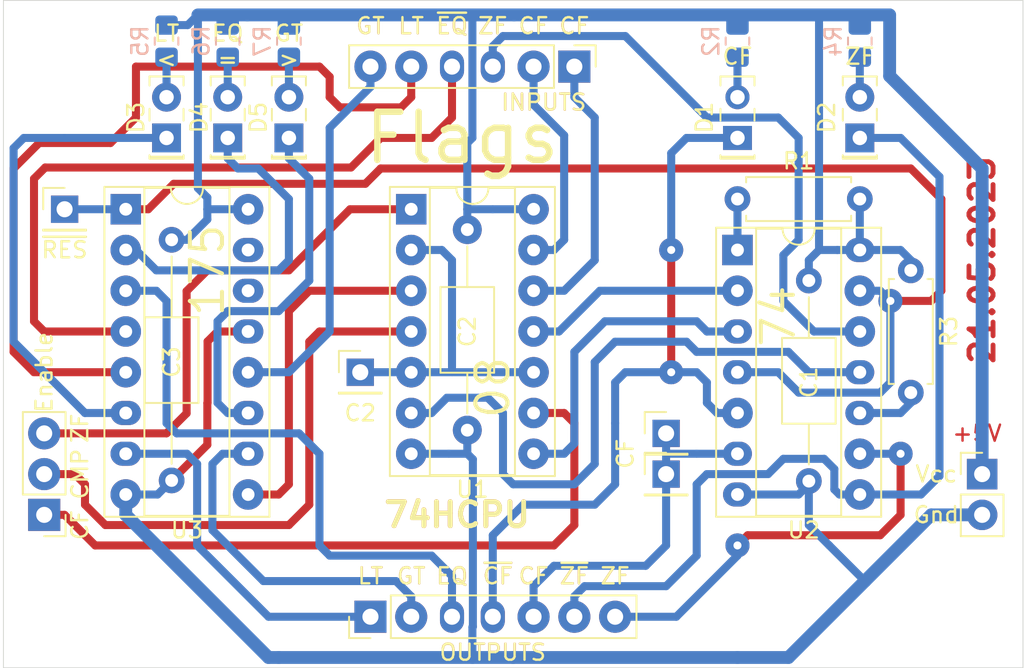
<source format=kicad_pcb>
(kicad_pcb (version 20171130) (host pcbnew "(5.1.8)-1")

  (general
    (thickness 1.6)
    (drawings 56)
    (tracks 317)
    (zones 0)
    (modules 30)
    (nets 37)
  )

  (page A4 portrait)
  (layers
    (0 F.Cu signal)
    (31 B.Cu signal)
    (32 B.Adhes user)
    (33 F.Adhes user)
    (34 B.Paste user)
    (35 F.Paste user)
    (36 B.SilkS user)
    (37 F.SilkS user)
    (38 B.Mask user)
    (39 F.Mask user)
    (40 Dwgs.User user)
    (41 Cmts.User user)
    (42 Eco1.User user)
    (43 Eco2.User user)
    (44 Edge.Cuts user)
    (45 Margin user)
    (46 B.CrtYd user)
    (47 F.CrtYd user)
    (48 B.Fab user)
    (49 F.Fab user)
  )

  (setup
    (last_trace_width 0.5)
    (user_trace_width 0.5)
    (user_trace_width 0.8)
    (trace_clearance 0.2)
    (zone_clearance 0.508)
    (zone_45_only no)
    (trace_min 0.5)
    (via_size 0.8)
    (via_drill 0.4)
    (via_min_size 0.4)
    (via_min_drill 0.3)
    (user_via 1.5 0.5)
    (uvia_size 0.3)
    (uvia_drill 0.1)
    (uvias_allowed no)
    (uvia_min_size 0.2)
    (uvia_min_drill 0.1)
    (edge_width 0.05)
    (segment_width 0.2)
    (pcb_text_width 0.3)
    (pcb_text_size 1.5 1.5)
    (mod_edge_width 0.12)
    (mod_text_size 1 1)
    (mod_text_width 0.15)
    (pad_size 1.9 1.9)
    (pad_drill 1)
    (pad_to_mask_clearance 0)
    (aux_axis_origin 17.78 17.4625)
    (visible_elements 7FFFFFFF)
    (pcbplotparams
      (layerselection 0x00000_ffffffff)
      (usegerberextensions false)
      (usegerberattributes true)
      (usegerberadvancedattributes true)
      (creategerberjobfile true)
      (excludeedgelayer true)
      (linewidth 0.100000)
      (plotframeref false)
      (viasonmask false)
      (mode 1)
      (useauxorigin false)
      (hpglpennumber 1)
      (hpglpenspeed 20)
      (hpglpendiameter 15.000000)
      (psnegative true)
      (psa4output false)
      (plotreference true)
      (plotvalue true)
      (plotinvisibletext false)
      (padsonsilk false)
      (subtractmaskfromsilk false)
      (outputformat 4)
      (mirror false)
      (drillshape 1)
      (scaleselection 1)
      (outputdirectory "pdf/"))
  )

  (net 0 "")
  (net 1 VCC)
  (net 2 GND)
  (net 3 "Net-(D1-Pad2)")
  (net 4 /~CF)
  (net 5 "Net-(D3-Pad2)")
  (net 6 /~ZF)
  (net 7 /~LT)
  (net 8 /EQ)
  (net 9 /~GT)
  (net 10 /CF)
  (net 11 /ZF)
  (net 12 /LT)
  (net 13 /~EQ)
  (net 14 /GT)
  (net 15 /CF_EN)
  (net 16 /ZF_IN)
  (net 17 /ZF_EN)
  (net 18 /LT_IN)
  (net 19 /~EQ_IN)
  (net 20 /GT_IN)
  (net 21 /CMP_EN)
  (net 22 /C2)
  (net 23 /~RES_FL)
  (net 24 "Net-(R3-Pad2)")
  (net 25 "Net-(U1-Pad3)")
  (net 26 "Net-(U1-Pad11)")
  (net 27 /~CF2_IN)
  (net 28 /~CF1_IN)
  (net 29 "Net-(R1-Pad1)")
  (net 30 "Net-(U3-Pad14)")
  (net 31 "Net-(U3-Pad15)")
  (net 32 "Net-(D2-Pad2)")
  (net 33 "Net-(D4-Pad2)")
  (net 34 "Net-(D5-Pad2)")
  (net 35 "Net-(U1-Pad6)")
  (net 36 "Net-(U1-Pad8)")

  (net_class Default "This is the default net class."
    (clearance 0.2)
    (trace_width 0.5)
    (via_dia 0.8)
    (via_drill 0.4)
    (uvia_dia 0.3)
    (uvia_drill 0.1)
    (diff_pair_width 0.5)
    (diff_pair_gap 0.25)
    (add_net /C2)
    (add_net /CF)
    (add_net /CF_EN)
    (add_net /CMP_EN)
    (add_net /EQ)
    (add_net /GT)
    (add_net /GT_IN)
    (add_net /LT)
    (add_net /LT_IN)
    (add_net /ZF)
    (add_net /ZF_EN)
    (add_net /ZF_IN)
    (add_net /~CF)
    (add_net /~CF1_IN)
    (add_net /~CF2_IN)
    (add_net /~EQ)
    (add_net /~EQ_IN)
    (add_net /~GT)
    (add_net /~LT)
    (add_net /~RES_FL)
    (add_net /~ZF)
    (add_net GND)
    (add_net "Net-(D1-Pad2)")
    (add_net "Net-(D2-Pad2)")
    (add_net "Net-(D3-Pad2)")
    (add_net "Net-(D4-Pad2)")
    (add_net "Net-(D5-Pad2)")
    (add_net "Net-(R1-Pad1)")
    (add_net "Net-(R3-Pad2)")
    (add_net "Net-(U1-Pad11)")
    (add_net "Net-(U1-Pad3)")
    (add_net "Net-(U1-Pad6)")
    (add_net "Net-(U1-Pad8)")
    (add_net "Net-(U3-Pad14)")
    (add_net "Net-(U3-Pad15)")
    (add_net VCC)
  )

  (module MountingHole:MountingHole_3.2mm_M3 (layer F.Cu) (tedit 56D1B4CB) (tstamp 646965F7)
    (at 77.47 55.245)
    (descr "Mounting Hole 3.2mm, no annular, M3")
    (tags "mounting hole 3.2mm no annular m3")
    (path /646C277F)
    (attr virtual)
    (fp_text reference H4 (at -1.905 1.905) (layer F.SilkS) hide
      (effects (font (size 1 1) (thickness 0.15)))
    )
    (fp_text value MountingHole (at -1.27 2.54) (layer F.Fab)
      (effects (font (size 1 1) (thickness 0.15)))
    )
    (fp_circle (center 0 0) (end 3.45 0) (layer F.CrtYd) (width 0.05))
    (fp_circle (center 0 0) (end 3.2 0) (layer Cmts.User) (width 0.15))
    (fp_text user %R (at 0.3 0) (layer F.Fab)
      (effects (font (size 1 1) (thickness 0.15)))
    )
    (pad 1 np_thru_hole circle (at 0 0) (size 3.2 3.2) (drill 3.2) (layers *.Cu *.Mask))
  )

  (module MountingHole:MountingHole_3.2mm_M3 (layer F.Cu) (tedit 56D1B4CB) (tstamp 64694E43)
    (at 21.59 21.2725)
    (descr "Mounting Hole 3.2mm, no annular, M3")
    (tags "mounting hole 3.2mm no annular m3")
    (path /6469DB14)
    (attr virtual)
    (fp_text reference H3 (at -2.54 3.175) (layer F.SilkS) hide
      (effects (font (size 1 1) (thickness 0.15)))
    )
    (fp_text value MountingHole (at 1.27 -2.8575) (layer F.Fab)
      (effects (font (size 1 1) (thickness 0.15)))
    )
    (fp_circle (center 0 0) (end 3.2 0) (layer Cmts.User) (width 0.15))
    (fp_circle (center 0 0) (end 3.45 0) (layer F.CrtYd) (width 0.05))
    (fp_text user %R (at 0.3 0) (layer F.Fab)
      (effects (font (size 1 1) (thickness 0.15)))
    )
    (pad 1 np_thru_hole circle (at 0 0) (size 3.2 3.2) (drill 3.2) (layers *.Cu *.Mask))
  )

  (module MountingHole:MountingHole_3.2mm_M3 (layer F.Cu) (tedit 56D1B4CB) (tstamp 64690D8C)
    (at 21.59 55.245)
    (descr "Mounting Hole 3.2mm, no annular, M3")
    (tags "mounting hole 3.2mm no annular m3")
    (path /64693311)
    (attr virtual)
    (fp_text reference H2 (at 2.54 1.27) (layer F.SilkS) hide
      (effects (font (size 1 1) (thickness 0.15)))
    )
    (fp_text value MountingHole (at 1.5875 2.8575) (layer F.Fab)
      (effects (font (size 1 1) (thickness 0.15)))
    )
    (fp_circle (center 0 0) (end 3.2 0) (layer Cmts.User) (width 0.15))
    (fp_circle (center 0 0) (end 3.45 0) (layer F.CrtYd) (width 0.05))
    (fp_text user %R (at 0.3 0) (layer F.Fab)
      (effects (font (size 1 1) (thickness 0.15)))
    )
    (pad 1 np_thru_hole circle (at 0 0) (size 3.2 3.2) (drill 3.2) (layers *.Cu *.Mask))
  )

  (module MountingHole:MountingHole_3.2mm_M3 (layer F.Cu) (tedit 56D1B4CB) (tstamp 64690D84)
    (at 77.47 21.2725)
    (descr "Mounting Hole 3.2mm, no annular, M3")
    (tags "mounting hole 3.2mm no annular m3")
    (path /64692F19)
    (attr virtual)
    (fp_text reference H1 (at 2.54 2.54) (layer F.SilkS) hide
      (effects (font (size 1 1) (thickness 0.15)))
    )
    (fp_text value MountingHole (at -2.2225 -2.8575) (layer F.Fab)
      (effects (font (size 1 1) (thickness 0.15)))
    )
    (fp_circle (center 0 0) (end 3.2 0) (layer Cmts.User) (width 0.15))
    (fp_circle (center 0 0) (end 3.45 0) (layer F.CrtYd) (width 0.05))
    (fp_text user %R (at 0.3 0) (layer F.Fab)
      (effects (font (size 1 1) (thickness 0.15)))
    )
    (pad 1 np_thru_hole circle (at 0 0) (size 3.2 3.2) (drill 3.2) (layers *.Cu *.Mask))
  )

  (module Connector_PinHeader_2.54mm:PinHeader_1x02_P2.54mm_Vertical (layer F.Cu) (tedit 63FB32F9) (tstamp 63FB3FFE)
    (at 78.74 46.99)
    (descr "Through hole straight pin header, 1x02, 2.54mm pitch, single row")
    (tags "Through hole pin header THT 1x02 2.54mm single row")
    (path /640113A9)
    (fp_text reference J8 (at 0 -2.33) (layer F.SilkS) hide
      (effects (font (size 1 1) (thickness 0.15)))
    )
    (fp_text value Conn_01x02_Male (at -0.635 -1.27 270) (layer F.Fab)
      (effects (font (size 1 1) (thickness 0.15)))
    )
    (fp_line (start -0.635 -1.27) (end 1.27 -1.27) (layer F.Fab) (width 0.1))
    (fp_line (start 1.27 -1.27) (end 1.27 3.81) (layer F.Fab) (width 0.1))
    (fp_line (start 1.27 3.81) (end -1.27 3.81) (layer F.Fab) (width 0.1))
    (fp_line (start -1.27 3.81) (end -1.27 -0.635) (layer F.Fab) (width 0.1))
    (fp_line (start -1.27 -0.635) (end -0.635 -1.27) (layer F.Fab) (width 0.1))
    (fp_line (start -1.33 3.87) (end 1.33 3.87) (layer F.SilkS) (width 0.12))
    (fp_line (start -1.33 1.27) (end -1.33 3.87) (layer F.SilkS) (width 0.12))
    (fp_line (start 1.33 1.27) (end 1.33 3.87) (layer F.SilkS) (width 0.12))
    (fp_line (start -1.33 1.27) (end 1.33 1.27) (layer F.SilkS) (width 0.12))
    (fp_line (start -1.33 0) (end -1.33 -1.33) (layer F.SilkS) (width 0.12))
    (fp_line (start -1.33 -1.33) (end 0 -1.33) (layer F.SilkS) (width 0.12))
    (fp_line (start -1.8 -1.8) (end -1.8 4.35) (layer F.CrtYd) (width 0.05))
    (fp_line (start -1.8 4.35) (end 1.8 4.35) (layer F.CrtYd) (width 0.05))
    (fp_line (start 1.8 4.35) (end 1.8 -1.8) (layer F.CrtYd) (width 0.05))
    (fp_line (start 1.8 -1.8) (end -1.8 -1.8) (layer F.CrtYd) (width 0.05))
    (fp_text user %R (at 0 1.27 90) (layer F.Fab)
      (effects (font (size 1 1) (thickness 0.15)))
    )
    (pad 2 thru_hole oval (at 0 2.54) (size 1.9 1.9) (drill 1) (layers *.Cu *.Mask)
      (net 2 GND))
    (pad 1 thru_hole rect (at 0 0) (size 1.9 1.9) (drill 1) (layers *.Cu *.Mask)
      (net 1 VCC))
    (model ${KISYS3DMOD}/Connector_PinHeader_2.54mm.3dshapes/PinHeader_1x02_P2.54mm_Vertical.wrl
      (at (xyz 0 0 0))
      (scale (xyz 1 1 1))
      (rotate (xyz 0 0 0))
    )
  )

  (module Connector_PinHeader_2.54mm:PinHeader_1x01_P2.54mm_Vertical (layer F.Cu) (tedit 59FED5CC) (tstamp 63FB3FE8)
    (at 40.005 40.64)
    (descr "Through hole straight pin header, 1x01, 2.54mm pitch, single row")
    (tags "Through hole pin header THT 1x01 2.54mm single row")
    (path /6401693F)
    (fp_text reference J7 (at 0 -2.33) (layer F.SilkS) hide
      (effects (font (size 1 1) (thickness 0.15)))
    )
    (fp_text value Conn_01x01_Male (at 0 2.33) (layer F.Fab)
      (effects (font (size 1 1) (thickness 0.15)))
    )
    (fp_line (start -0.635 -1.27) (end 1.27 -1.27) (layer F.Fab) (width 0.1))
    (fp_line (start 1.27 -1.27) (end 1.27 1.27) (layer F.Fab) (width 0.1))
    (fp_line (start 1.27 1.27) (end -1.27 1.27) (layer F.Fab) (width 0.1))
    (fp_line (start -1.27 1.27) (end -1.27 -0.635) (layer F.Fab) (width 0.1))
    (fp_line (start -1.27 -0.635) (end -0.635 -1.27) (layer F.Fab) (width 0.1))
    (fp_line (start -1.33 1.33) (end 1.33 1.33) (layer F.SilkS) (width 0.12))
    (fp_line (start -1.33 1.27) (end -1.33 1.33) (layer F.SilkS) (width 0.12))
    (fp_line (start 1.33 1.27) (end 1.33 1.33) (layer F.SilkS) (width 0.12))
    (fp_line (start -1.33 1.27) (end 1.33 1.27) (layer F.SilkS) (width 0.12))
    (fp_line (start -1.33 0) (end -1.33 -1.33) (layer F.SilkS) (width 0.12))
    (fp_line (start -1.33 -1.33) (end 0 -1.33) (layer F.SilkS) (width 0.12))
    (fp_line (start -1.8 -1.8) (end -1.8 1.8) (layer F.CrtYd) (width 0.05))
    (fp_line (start -1.8 1.8) (end 1.8 1.8) (layer F.CrtYd) (width 0.05))
    (fp_line (start 1.8 1.8) (end 1.8 -1.8) (layer F.CrtYd) (width 0.05))
    (fp_line (start 1.8 -1.8) (end -1.8 -1.8) (layer F.CrtYd) (width 0.05))
    (fp_text user %R (at 0 0 90) (layer F.Fab)
      (effects (font (size 1 1) (thickness 0.15)))
    )
    (pad 1 thru_hole rect (at 0 0) (size 1.7 1.7) (drill 1) (layers *.Cu *.Mask)
      (net 22 /C2))
    (model ${KISYS3DMOD}/Connector_PinHeader_2.54mm.3dshapes/PinHeader_1x01_P2.54mm_Vertical.wrl
      (at (xyz 0 0 0))
      (scale (xyz 1 1 1))
      (rotate (xyz 0 0 0))
    )
  )

  (module Connector_PinHeader_2.54mm:PinHeader_1x01_P2.54mm_Vertical (layer F.Cu) (tedit 59FED5CC) (tstamp 63FB3F83)
    (at 21.59 30.48)
    (descr "Through hole straight pin header, 1x01, 2.54mm pitch, single row")
    (tags "Through hole pin header THT 1x01 2.54mm single row")
    (path /64013AFE)
    (fp_text reference J4 (at 0 -2.33) (layer F.SilkS) hide
      (effects (font (size 1 1) (thickness 0.15)))
    )
    (fp_text value Conn_01x01_Male (at -2.54 5.08 90) (layer F.Fab)
      (effects (font (size 1 1) (thickness 0.15)))
    )
    (fp_line (start -0.635 -1.27) (end 1.27 -1.27) (layer F.Fab) (width 0.1))
    (fp_line (start 1.27 -1.27) (end 1.27 1.27) (layer F.Fab) (width 0.1))
    (fp_line (start 1.27 1.27) (end -1.27 1.27) (layer F.Fab) (width 0.1))
    (fp_line (start -1.27 1.27) (end -1.27 -0.635) (layer F.Fab) (width 0.1))
    (fp_line (start -1.27 -0.635) (end -0.635 -1.27) (layer F.Fab) (width 0.1))
    (fp_line (start -1.33 1.33) (end 1.33 1.33) (layer F.SilkS) (width 0.12))
    (fp_line (start -1.33 1.27) (end -1.33 1.33) (layer F.SilkS) (width 0.12))
    (fp_line (start 1.33 1.27) (end 1.33 1.33) (layer F.SilkS) (width 0.12))
    (fp_line (start -1.33 1.27) (end 1.33 1.27) (layer F.SilkS) (width 0.12))
    (fp_line (start -1.33 0) (end -1.33 -1.33) (layer F.SilkS) (width 0.12))
    (fp_line (start -1.33 -1.33) (end 0 -1.33) (layer F.SilkS) (width 0.12))
    (fp_line (start -1.8 -1.8) (end -1.8 1.8) (layer F.CrtYd) (width 0.05))
    (fp_line (start -1.8 1.8) (end 1.8 1.8) (layer F.CrtYd) (width 0.05))
    (fp_line (start 1.8 1.8) (end 1.8 -1.8) (layer F.CrtYd) (width 0.05))
    (fp_line (start 1.8 -1.8) (end -1.8 -1.8) (layer F.CrtYd) (width 0.05))
    (fp_text user %R (at 0 0 90) (layer F.Fab)
      (effects (font (size 1 1) (thickness 0.15)))
    )
    (pad 1 thru_hole rect (at 0 0) (size 1.7 1.7) (drill 1) (layers *.Cu *.Mask)
      (net 23 /~RES_FL))
    (model ${KISYS3DMOD}/Connector_PinHeader_2.54mm.3dshapes/PinHeader_1x01_P2.54mm_Vertical.wrl
      (at (xyz 0 0 0))
      (scale (xyz 1 1 1))
      (rotate (xyz 0 0 0))
    )
  )

  (module Connector_PinHeader_2.54mm:PinHeader_1x01_P2.54mm_Vertical (layer F.Cu) (tedit 59FED5CC) (tstamp 63FB2FBE)
    (at 59.055 46.99)
    (descr "Through hole straight pin header, 1x01, 2.54mm pitch, single row")
    (tags "Through hole pin header THT 1x01 2.54mm single row")
    (path /63FBB2B0)
    (fp_text reference J6 (at -2.54 0) (layer F.SilkS) hide
      (effects (font (size 1 1) (thickness 0.15)))
    )
    (fp_text value Conn_01x01_Male (at 0 2.33) (layer F.Fab)
      (effects (font (size 1 1) (thickness 0.15)))
    )
    (fp_line (start 1.8 -1.8) (end -1.8 -1.8) (layer F.CrtYd) (width 0.05))
    (fp_line (start 1.8 1.8) (end 1.8 -1.8) (layer F.CrtYd) (width 0.05))
    (fp_line (start -1.8 1.8) (end 1.8 1.8) (layer F.CrtYd) (width 0.05))
    (fp_line (start -1.8 -1.8) (end -1.8 1.8) (layer F.CrtYd) (width 0.05))
    (fp_line (start -1.33 -1.33) (end 0 -1.33) (layer F.SilkS) (width 0.12))
    (fp_line (start -1.33 0) (end -1.33 -1.33) (layer F.SilkS) (width 0.12))
    (fp_line (start -1.33 1.27) (end 1.33 1.27) (layer F.SilkS) (width 0.12))
    (fp_line (start 1.33 1.27) (end 1.33 1.33) (layer F.SilkS) (width 0.12))
    (fp_line (start -1.33 1.27) (end -1.33 1.33) (layer F.SilkS) (width 0.12))
    (fp_line (start -1.33 1.33) (end 1.33 1.33) (layer F.SilkS) (width 0.12))
    (fp_line (start -1.27 -0.635) (end -0.635 -1.27) (layer F.Fab) (width 0.1))
    (fp_line (start -1.27 1.27) (end -1.27 -0.635) (layer F.Fab) (width 0.1))
    (fp_line (start 1.27 1.27) (end -1.27 1.27) (layer F.Fab) (width 0.1))
    (fp_line (start 1.27 -1.27) (end 1.27 1.27) (layer F.Fab) (width 0.1))
    (fp_line (start -0.635 -1.27) (end 1.27 -1.27) (layer F.Fab) (width 0.1))
    (fp_text user %R (at 0 0 90) (layer F.Fab)
      (effects (font (size 1 1) (thickness 0.15)))
    )
    (pad 1 thru_hole rect (at 0 0) (size 1.7 1.7) (drill 1) (layers *.Cu *.Mask)
      (net 10 /CF))
    (model ${KISYS3DMOD}/Connector_PinHeader_2.54mm.3dshapes/PinHeader_1x01_P2.54mm_Vertical.wrl
      (at (xyz 0 0 0))
      (scale (xyz 1 1 1))
      (rotate (xyz 0 0 0))
    )
  )

  (module Connector_PinHeader_2.54mm:PinHeader_1x01_P2.54mm_Vertical (layer F.Cu) (tedit 59FED5CC) (tstamp 63FB2FA9)
    (at 59.055 44.45)
    (descr "Through hole straight pin header, 1x01, 2.54mm pitch, single row")
    (tags "Through hole pin header THT 1x01 2.54mm single row")
    (path /63FB964B)
    (fp_text reference J5 (at 0 -2.33) (layer F.SilkS) hide
      (effects (font (size 1 1) (thickness 0.15)))
    )
    (fp_text value Conn_01x01_Male (at 0 2.33) (layer F.Fab)
      (effects (font (size 1 1) (thickness 0.15)))
    )
    (fp_line (start 1.8 -1.8) (end -1.8 -1.8) (layer F.CrtYd) (width 0.05))
    (fp_line (start 1.8 1.8) (end 1.8 -1.8) (layer F.CrtYd) (width 0.05))
    (fp_line (start -1.8 1.8) (end 1.8 1.8) (layer F.CrtYd) (width 0.05))
    (fp_line (start -1.8 -1.8) (end -1.8 1.8) (layer F.CrtYd) (width 0.05))
    (fp_line (start -1.33 -1.33) (end 0 -1.33) (layer F.SilkS) (width 0.12))
    (fp_line (start -1.33 0) (end -1.33 -1.33) (layer F.SilkS) (width 0.12))
    (fp_line (start -1.33 1.27) (end 1.33 1.27) (layer F.SilkS) (width 0.12))
    (fp_line (start 1.33 1.27) (end 1.33 1.33) (layer F.SilkS) (width 0.12))
    (fp_line (start -1.33 1.27) (end -1.33 1.33) (layer F.SilkS) (width 0.12))
    (fp_line (start -1.33 1.33) (end 1.33 1.33) (layer F.SilkS) (width 0.12))
    (fp_line (start -1.27 -0.635) (end -0.635 -1.27) (layer F.Fab) (width 0.1))
    (fp_line (start -1.27 1.27) (end -1.27 -0.635) (layer F.Fab) (width 0.1))
    (fp_line (start 1.27 1.27) (end -1.27 1.27) (layer F.Fab) (width 0.1))
    (fp_line (start 1.27 -1.27) (end 1.27 1.27) (layer F.Fab) (width 0.1))
    (fp_line (start -0.635 -1.27) (end 1.27 -1.27) (layer F.Fab) (width 0.1))
    (fp_text user %R (at 0 0 90) (layer F.Fab)
      (effects (font (size 1 1) (thickness 0.15)))
    )
    (pad 1 thru_hole rect (at 0 0) (size 1.7 1.7) (drill 1) (layers *.Cu *.Mask)
      (net 10 /CF))
    (model ${KISYS3DMOD}/Connector_PinHeader_2.54mm.3dshapes/PinHeader_1x01_P2.54mm_Vertical.wrl
      (at (xyz 0 0 0))
      (scale (xyz 1 1 1))
      (rotate (xyz 0 0 0))
    )
  )

  (module Resistor_THT:R_Axial_DIN0207_L6.3mm_D2.5mm_P7.62mm_Horizontal (layer F.Cu) (tedit 5AE5139B) (tstamp 62B15070)
    (at 74.295 34.29 270)
    (descr "Resistor, Axial_DIN0207 series, Axial, Horizontal, pin pitch=7.62mm, 0.25W = 1/4W, length*diameter=6.3*2.5mm^2, http://cdn-reichelt.de/documents/datenblatt/B400/1_4W%23YAG.pdf")
    (tags "Resistor Axial_DIN0207 series Axial Horizontal pin pitch 7.62mm 0.25W = 1/4W length 6.3mm diameter 2.5mm")
    (path /62B695C7)
    (fp_text reference R3 (at 3.81 -2.37 270) (layer F.SilkS)
      (effects (font (size 1 1) (thickness 0.15)))
    )
    (fp_text value 10k (at 3.81 2.37 270) (layer F.Fab)
      (effects (font (size 1 1) (thickness 0.15)))
    )
    (fp_line (start 8.67 -1.5) (end -1.05 -1.5) (layer F.CrtYd) (width 0.05))
    (fp_line (start 8.67 1.5) (end 8.67 -1.5) (layer F.CrtYd) (width 0.05))
    (fp_line (start -1.05 1.5) (end 8.67 1.5) (layer F.CrtYd) (width 0.05))
    (fp_line (start -1.05 -1.5) (end -1.05 1.5) (layer F.CrtYd) (width 0.05))
    (fp_line (start 7.08 1.37) (end 7.08 1.04) (layer F.SilkS) (width 0.12))
    (fp_line (start 0.54 1.37) (end 7.08 1.37) (layer F.SilkS) (width 0.12))
    (fp_line (start 0.54 1.04) (end 0.54 1.37) (layer F.SilkS) (width 0.12))
    (fp_line (start 7.08 -1.37) (end 7.08 -1.04) (layer F.SilkS) (width 0.12))
    (fp_line (start 0.54 -1.37) (end 7.08 -1.37) (layer F.SilkS) (width 0.12))
    (fp_line (start 0.54 -1.04) (end 0.54 -1.37) (layer F.SilkS) (width 0.12))
    (fp_line (start 7.62 0) (end 6.96 0) (layer F.Fab) (width 0.1))
    (fp_line (start 0 0) (end 0.66 0) (layer F.Fab) (width 0.1))
    (fp_line (start 6.96 -1.25) (end 0.66 -1.25) (layer F.Fab) (width 0.1))
    (fp_line (start 6.96 1.25) (end 6.96 -1.25) (layer F.Fab) (width 0.1))
    (fp_line (start 0.66 1.25) (end 6.96 1.25) (layer F.Fab) (width 0.1))
    (fp_line (start 0.66 -1.25) (end 0.66 1.25) (layer F.Fab) (width 0.1))
    (fp_text user %R (at 3.81 0 270) (layer F.Fab)
      (effects (font (size 1 1) (thickness 0.15)))
    )
    (pad 2 thru_hole oval (at 7.62 0 270) (size 1.6 1.6) (drill 0.8) (layers *.Cu *.Mask)
      (net 24 "Net-(R3-Pad2)"))
    (pad 1 thru_hole circle (at 0 0 270) (size 1.6 1.6) (drill 0.8) (layers *.Cu *.Mask)
      (net 1 VCC))
    (model ${KISYS3DMOD}/Resistor_THT.3dshapes/R_Axial_DIN0207_L6.3mm_D2.5mm_P7.62mm_Horizontal.wrl
      (at (xyz 0 0 0))
      (scale (xyz 1 1 1))
      (rotate (xyz 0 0 0))
    )
  )

  (module Resistor_THT:R_Axial_DIN0207_L6.3mm_D2.5mm_P7.62mm_Horizontal (layer F.Cu) (tedit 5AE5139B) (tstamp 62B1504E)
    (at 63.5 29.845)
    (descr "Resistor, Axial_DIN0207 series, Axial, Horizontal, pin pitch=7.62mm, 0.25W = 1/4W, length*diameter=6.3*2.5mm^2, http://cdn-reichelt.de/documents/datenblatt/B400/1_4W%23YAG.pdf")
    (tags "Resistor Axial_DIN0207 series Axial Horizontal pin pitch 7.62mm 0.25W = 1/4W length 6.3mm diameter 2.5mm")
    (path /62B68C7D)
    (fp_text reference R1 (at 3.81 -2.37) (layer F.SilkS)
      (effects (font (size 1 1) (thickness 0.15)))
    )
    (fp_text value 10k (at 3.81 2.37) (layer F.Fab)
      (effects (font (size 1 1) (thickness 0.15)))
    )
    (fp_line (start 8.67 -1.5) (end -1.05 -1.5) (layer F.CrtYd) (width 0.05))
    (fp_line (start 8.67 1.5) (end 8.67 -1.5) (layer F.CrtYd) (width 0.05))
    (fp_line (start -1.05 1.5) (end 8.67 1.5) (layer F.CrtYd) (width 0.05))
    (fp_line (start -1.05 -1.5) (end -1.05 1.5) (layer F.CrtYd) (width 0.05))
    (fp_line (start 7.08 1.37) (end 7.08 1.04) (layer F.SilkS) (width 0.12))
    (fp_line (start 0.54 1.37) (end 7.08 1.37) (layer F.SilkS) (width 0.12))
    (fp_line (start 0.54 1.04) (end 0.54 1.37) (layer F.SilkS) (width 0.12))
    (fp_line (start 7.08 -1.37) (end 7.08 -1.04) (layer F.SilkS) (width 0.12))
    (fp_line (start 0.54 -1.37) (end 7.08 -1.37) (layer F.SilkS) (width 0.12))
    (fp_line (start 0.54 -1.04) (end 0.54 -1.37) (layer F.SilkS) (width 0.12))
    (fp_line (start 7.62 0) (end 6.96 0) (layer F.Fab) (width 0.1))
    (fp_line (start 0 0) (end 0.66 0) (layer F.Fab) (width 0.1))
    (fp_line (start 6.96 -1.25) (end 0.66 -1.25) (layer F.Fab) (width 0.1))
    (fp_line (start 6.96 1.25) (end 6.96 -1.25) (layer F.Fab) (width 0.1))
    (fp_line (start 0.66 1.25) (end 6.96 1.25) (layer F.Fab) (width 0.1))
    (fp_line (start 0.66 -1.25) (end 0.66 1.25) (layer F.Fab) (width 0.1))
    (fp_text user %R (at 3.81 0) (layer F.Fab)
      (effects (font (size 1 1) (thickness 0.15)))
    )
    (pad 2 thru_hole oval (at 7.62 0) (size 1.6 1.6) (drill 0.8) (layers *.Cu *.Mask)
      (net 1 VCC))
    (pad 1 thru_hole circle (at 0 0) (size 1.6 1.6) (drill 0.8) (layers *.Cu *.Mask)
      (net 29 "Net-(R1-Pad1)"))
    (model ${KISYS3DMOD}/Resistor_THT.3dshapes/R_Axial_DIN0207_L6.3mm_D2.5mm_P7.62mm_Horizontal.wrl
      (at (xyz 0 0 0))
      (scale (xyz 1 1 1))
      (rotate (xyz 0 0 0))
    )
  )

  (module Capacitor_THT:C_Axial_L5.1mm_D3.1mm_P12.50mm_Horizontal (layer F.Cu) (tedit 63F8B399) (tstamp 63F24819)
    (at 46.6725 31.75 270)
    (descr "C, Axial series, Axial, Horizontal, pin pitch=12.5mm, , length*diameter=5.1*3.1mm^2, http://www.vishay.com/docs/45231/arseries.pdf")
    (tags "C Axial series Axial Horizontal pin pitch 12.5mm  length 5.1mm diameter 3.1mm")
    (path /62C2AB4D)
    (fp_text reference C2 (at 6.35 0 90) (layer F.SilkS)
      (effects (font (size 1 1) (thickness 0.15)))
    )
    (fp_text value 0.1uF (at 6.25 2.67 90) (layer F.Fab)
      (effects (font (size 1 1) (thickness 0.15)))
    )
    (fp_line (start 13.55 -1.8) (end -1.05 -1.8) (layer F.CrtYd) (width 0.05))
    (fp_line (start 13.55 1.8) (end 13.55 -1.8) (layer F.CrtYd) (width 0.05))
    (fp_line (start -1.05 1.8) (end 13.55 1.8) (layer F.CrtYd) (width 0.05))
    (fp_line (start -1.05 -1.8) (end -1.05 1.8) (layer F.CrtYd) (width 0.05))
    (fp_line (start 11.46 0) (end 8.92 0) (layer F.SilkS) (width 0.12))
    (fp_line (start 1.04 0) (end 3.58 0) (layer F.SilkS) (width 0.12))
    (fp_line (start 8.92 -1.67) (end 3.58 -1.67) (layer F.SilkS) (width 0.12))
    (fp_line (start 8.92 1.67) (end 8.92 -1.67) (layer F.SilkS) (width 0.12))
    (fp_line (start 3.58 1.67) (end 8.92 1.67) (layer F.SilkS) (width 0.12))
    (fp_line (start 3.58 -1.67) (end 3.58 1.67) (layer F.SilkS) (width 0.12))
    (fp_line (start 12.5 0) (end 8.8 0) (layer F.Fab) (width 0.1))
    (fp_line (start 0 0) (end 3.7 0) (layer F.Fab) (width 0.1))
    (fp_line (start 8.8 -1.55) (end 3.7 -1.55) (layer F.Fab) (width 0.1))
    (fp_line (start 8.8 1.55) (end 8.8 -1.55) (layer F.Fab) (width 0.1))
    (fp_line (start 3.7 1.55) (end 8.8 1.55) (layer F.Fab) (width 0.1))
    (fp_line (start 3.7 -1.55) (end 3.7 1.55) (layer F.Fab) (width 0.1))
    (fp_text user %R (at 6.25 0 90) (layer F.Fab)
      (effects (font (size 1 1) (thickness 0.15)))
    )
    (pad 2 thru_hole oval (at 12.5 0 270) (size 1.8 1.8) (drill 0.8) (layers *.Cu *.Mask)
      (net 2 GND))
    (pad 1 thru_hole circle (at 0 0 270) (size 1.8 1.8) (drill 0.8) (layers *.Cu *.Mask)
      (net 1 VCC))
    (model ${KISYS3DMOD}/Capacitor_THT.3dshapes/C_Axial_L5.1mm_D3.1mm_P12.50mm_Horizontal.wrl
      (at (xyz 0 0 0))
      (scale (xyz 1 1 1))
      (rotate (xyz 0 0 0))
    )
  )

  (module Capacitor_THT:C_Axial_L5.1mm_D3.1mm_P12.50mm_Horizontal (layer F.Cu) (tedit 5AE50EF0) (tstamp 62B388B9)
    (at 67.945 34.925 270)
    (descr "C, Axial series, Axial, Horizontal, pin pitch=12.5mm, , length*diameter=5.1*3.1mm^2, http://www.vishay.com/docs/45231/arseries.pdf")
    (tags "C Axial series Axial Horizontal pin pitch 12.5mm  length 5.1mm diameter 3.1mm")
    (path /62C27682)
    (fp_text reference C1 (at 6.35 0 90) (layer F.SilkS)
      (effects (font (size 1 1) (thickness 0.15)))
    )
    (fp_text value 0.1uF (at 6.25 2.67 90) (layer F.Fab)
      (effects (font (size 1 1) (thickness 0.15)))
    )
    (fp_line (start 13.55 -1.8) (end -1.05 -1.8) (layer F.CrtYd) (width 0.05))
    (fp_line (start 13.55 1.8) (end 13.55 -1.8) (layer F.CrtYd) (width 0.05))
    (fp_line (start -1.05 1.8) (end 13.55 1.8) (layer F.CrtYd) (width 0.05))
    (fp_line (start -1.05 -1.8) (end -1.05 1.8) (layer F.CrtYd) (width 0.05))
    (fp_line (start 11.46 0) (end 8.92 0) (layer F.SilkS) (width 0.12))
    (fp_line (start 1.04 0) (end 3.58 0) (layer F.SilkS) (width 0.12))
    (fp_line (start 8.92 -1.67) (end 3.58 -1.67) (layer F.SilkS) (width 0.12))
    (fp_line (start 8.92 1.67) (end 8.92 -1.67) (layer F.SilkS) (width 0.12))
    (fp_line (start 3.58 1.67) (end 8.92 1.67) (layer F.SilkS) (width 0.12))
    (fp_line (start 3.58 -1.67) (end 3.58 1.67) (layer F.SilkS) (width 0.12))
    (fp_line (start 12.5 0) (end 8.8 0) (layer F.Fab) (width 0.1))
    (fp_line (start 0 0) (end 3.7 0) (layer F.Fab) (width 0.1))
    (fp_line (start 8.8 -1.55) (end 3.7 -1.55) (layer F.Fab) (width 0.1))
    (fp_line (start 8.8 1.55) (end 8.8 -1.55) (layer F.Fab) (width 0.1))
    (fp_line (start 3.7 1.55) (end 8.8 1.55) (layer F.Fab) (width 0.1))
    (fp_line (start 3.7 -1.55) (end 3.7 1.55) (layer F.Fab) (width 0.1))
    (fp_text user %R (at 6.25 0 90) (layer F.Fab)
      (effects (font (size 1 1) (thickness 0.15)))
    )
    (pad 2 thru_hole oval (at 12.5 0 270) (size 1.6 1.6) (drill 0.8) (layers *.Cu *.Mask)
      (net 2 GND))
    (pad 1 thru_hole circle (at 0 0 270) (size 1.6 1.6) (drill 0.8) (layers *.Cu *.Mask)
      (net 1 VCC))
    (model ${KISYS3DMOD}/Capacitor_THT.3dshapes/C_Axial_L5.1mm_D3.1mm_P12.50mm_Horizontal.wrl
      (at (xyz 0 0 0))
      (scale (xyz 1 1 1))
      (rotate (xyz 0 0 0))
    )
  )

  (module Capacitor_THT:C_Axial_L5.1mm_D3.1mm_P15.00mm_Horizontal (layer F.Cu) (tedit 5AE50EF0) (tstamp 63F8B163)
    (at 28.2575 32.385 270)
    (descr "C, Axial series, Axial, Horizontal, pin pitch=15mm, , length*diameter=5.1*3.1mm^2, http://www.vishay.com/docs/45231/arseries.pdf")
    (tags "C Axial series Axial Horizontal pin pitch 15mm  length 5.1mm diameter 3.1mm")
    (path /62C2C2EC)
    (fp_text reference C3 (at 7.62 0 90) (layer F.SilkS)
      (effects (font (size 1 1) (thickness 0.15)))
    )
    (fp_text value 0.1uF (at 7.5 2.67 90) (layer F.Fab)
      (effects (font (size 1 1) (thickness 0.15)))
    )
    (fp_line (start 4.95 -1.55) (end 4.95 1.55) (layer F.Fab) (width 0.1))
    (fp_line (start 4.95 1.55) (end 10.05 1.55) (layer F.Fab) (width 0.1))
    (fp_line (start 10.05 1.55) (end 10.05 -1.55) (layer F.Fab) (width 0.1))
    (fp_line (start 10.05 -1.55) (end 4.95 -1.55) (layer F.Fab) (width 0.1))
    (fp_line (start 0 0) (end 4.95 0) (layer F.Fab) (width 0.1))
    (fp_line (start 15 0) (end 10.05 0) (layer F.Fab) (width 0.1))
    (fp_line (start 4.83 -1.67) (end 4.83 1.67) (layer F.SilkS) (width 0.12))
    (fp_line (start 4.83 1.67) (end 10.17 1.67) (layer F.SilkS) (width 0.12))
    (fp_line (start 10.17 1.67) (end 10.17 -1.67) (layer F.SilkS) (width 0.12))
    (fp_line (start 10.17 -1.67) (end 4.83 -1.67) (layer F.SilkS) (width 0.12))
    (fp_line (start 1.04 0) (end 4.83 0) (layer F.SilkS) (width 0.12))
    (fp_line (start 13.96 0) (end 10.17 0) (layer F.SilkS) (width 0.12))
    (fp_line (start -1.05 -1.8) (end -1.05 1.8) (layer F.CrtYd) (width 0.05))
    (fp_line (start -1.05 1.8) (end 16.05 1.8) (layer F.CrtYd) (width 0.05))
    (fp_line (start 16.05 1.8) (end 16.05 -1.8) (layer F.CrtYd) (width 0.05))
    (fp_line (start 16.05 -1.8) (end -1.05 -1.8) (layer F.CrtYd) (width 0.05))
    (fp_text user %R (at 7.5 0 90) (layer F.Fab)
      (effects (font (size 1 1) (thickness 0.15)))
    )
    (pad 2 thru_hole oval (at 15 0 270) (size 1.6 1.6) (drill 0.8) (layers *.Cu *.Mask)
      (net 2 GND))
    (pad 1 thru_hole circle (at 0 0 270) (size 1.6 1.6) (drill 0.8) (layers *.Cu *.Mask)
      (net 1 VCC))
    (model ${KISYS3DMOD}/Capacitor_THT.3dshapes/C_Axial_L5.1mm_D3.1mm_P15.00mm_Horizontal.wrl
      (at (xyz 0 0 0))
      (scale (xyz 1 1 1))
      (rotate (xyz 0 0 0))
    )
  )

  (module Package_DIP:DIP-14_W7.62mm_Socket (layer F.Cu) (tedit 5A02E8C5) (tstamp 63F22C1E)
    (at 43.18 30.48)
    (descr "14-lead though-hole mounted DIP package, row spacing 7.62 mm (300 mils), Socket")
    (tags "THT DIP DIL PDIP 2.54mm 7.62mm 300mil Socket")
    (path /62B4E2C0)
    (fp_text reference U1 (at 3.81 17.4625) (layer F.SilkS)
      (effects (font (size 1 1) (thickness 0.15)))
    )
    (fp_text value 74LS08 (at 3.81 17.57) (layer F.Fab)
      (effects (font (size 1 1) (thickness 0.15)))
    )
    (fp_line (start 1.635 -1.27) (end 6.985 -1.27) (layer F.Fab) (width 0.1))
    (fp_line (start 6.985 -1.27) (end 6.985 16.51) (layer F.Fab) (width 0.1))
    (fp_line (start 6.985 16.51) (end 0.635 16.51) (layer F.Fab) (width 0.1))
    (fp_line (start 0.635 16.51) (end 0.635 -0.27) (layer F.Fab) (width 0.1))
    (fp_line (start 0.635 -0.27) (end 1.635 -1.27) (layer F.Fab) (width 0.1))
    (fp_line (start -1.27 -1.33) (end -1.27 16.57) (layer F.Fab) (width 0.1))
    (fp_line (start -1.27 16.57) (end 8.89 16.57) (layer F.Fab) (width 0.1))
    (fp_line (start 8.89 16.57) (end 8.89 -1.33) (layer F.Fab) (width 0.1))
    (fp_line (start 8.89 -1.33) (end -1.27 -1.33) (layer F.Fab) (width 0.1))
    (fp_line (start 2.81 -1.33) (end 1.16 -1.33) (layer F.SilkS) (width 0.12))
    (fp_line (start 1.16 -1.33) (end 1.16 16.57) (layer F.SilkS) (width 0.12))
    (fp_line (start 1.16 16.57) (end 6.46 16.57) (layer F.SilkS) (width 0.12))
    (fp_line (start 6.46 16.57) (end 6.46 -1.33) (layer F.SilkS) (width 0.12))
    (fp_line (start 6.46 -1.33) (end 4.81 -1.33) (layer F.SilkS) (width 0.12))
    (fp_line (start -1.33 -1.39) (end -1.33 16.63) (layer F.SilkS) (width 0.12))
    (fp_line (start -1.33 16.63) (end 8.95 16.63) (layer F.SilkS) (width 0.12))
    (fp_line (start 8.95 16.63) (end 8.95 -1.39) (layer F.SilkS) (width 0.12))
    (fp_line (start 8.95 -1.39) (end -1.33 -1.39) (layer F.SilkS) (width 0.12))
    (fp_line (start -1.55 -1.6) (end -1.55 16.85) (layer F.CrtYd) (width 0.05))
    (fp_line (start -1.55 16.85) (end 9.15 16.85) (layer F.CrtYd) (width 0.05))
    (fp_line (start 9.15 16.85) (end 9.15 -1.6) (layer F.CrtYd) (width 0.05))
    (fp_line (start 9.15 -1.6) (end -1.55 -1.6) (layer F.CrtYd) (width 0.05))
    (fp_text user %R (at 3.81 7.62) (layer F.Fab)
      (effects (font (size 1 1) (thickness 0.15)))
    )
    (fp_arc (start 3.81 -1.33) (end 2.81 -1.33) (angle -180) (layer F.SilkS) (width 0.12))
    (pad 14 thru_hole oval (at 7.62 0) (size 1.9 1.9) (drill 0.8) (layers *.Cu *.Mask)
      (net 1 VCC))
    (pad 7 thru_hole oval (at 0 15.24) (size 1.9 1.9) (drill 0.8) (layers *.Cu *.Mask)
      (net 2 GND))
    (pad 13 thru_hole oval (at 7.62 2.54) (size 1.9 1.9) (drill 0.8) (layers *.Cu *.Mask)
      (net 27 /~CF2_IN))
    (pad 6 thru_hole oval (at 0 12.7) (size 1.9 1.9) (drill 0.8) (layers *.Cu *.Mask)
      (net 35 "Net-(U1-Pad6)"))
    (pad 12 thru_hole oval (at 7.62 5.08) (size 1.9 1.9) (drill 0.8) (layers *.Cu *.Mask)
      (net 28 /~CF1_IN))
    (pad 5 thru_hole oval (at 0 10.16) (size 1.9 1.9) (drill 0.8) (layers *.Cu *.Mask)
      (net 22 /C2))
    (pad 11 thru_hole oval (at 7.62 7.62) (size 1.9 1.9) (drill 0.8) (layers *.Cu *.Mask)
      (net 26 "Net-(U1-Pad11)"))
    (pad 4 thru_hole oval (at 0 7.62) (size 1.9 1.9) (drill 0.8) (layers *.Cu *.Mask)
      (net 17 /ZF_EN))
    (pad 10 thru_hole oval (at 7.62 10.16) (size 1.9 1.9) (drill 0.8) (layers *.Cu *.Mask)
      (net 22 /C2))
    (pad 3 thru_hole oval (at 0 5.08) (size 1.9 1.9) (drill 0.8) (layers *.Cu *.Mask)
      (net 25 "Net-(U1-Pad3)"))
    (pad 9 thru_hole oval (at 7.62 12.7) (size 1.9 1.9) (drill 0.8) (layers *.Cu *.Mask)
      (net 15 /CF_EN))
    (pad 2 thru_hole oval (at 0 2.54) (size 1.9 1.9) (drill 0.8) (layers *.Cu *.Mask)
      (net 22 /C2))
    (pad 8 thru_hole oval (at 7.62 15.24) (size 1.9 1.9) (drill 0.8) (layers *.Cu *.Mask)
      (net 36 "Net-(U1-Pad8)"))
    (pad 1 thru_hole rect (at 0 0) (size 1.9 1.9) (drill 0.8) (layers *.Cu *.Mask)
      (net 21 /CMP_EN))
    (model ${KISYS3DMOD}/Package_DIP.3dshapes/DIP-14_W7.62mm_Socket.wrl
      (at (xyz 0 0 0))
      (scale (xyz 1 1 1))
      (rotate (xyz 0 0 0))
    )
  )

  (module Connector_PinHeader_2.54mm:PinHeader_1x03_P2.54mm_Vertical (layer F.Cu) (tedit 63F91845) (tstamp 63F23535)
    (at 20.32 49.53 180)
    (descr "Through hole straight pin header, 1x03, 2.54mm pitch, single row")
    (tags "Through hole pin header THT 1x03 2.54mm single row")
    (path /63F851DE)
    (fp_text reference J3 (at 0 -2.33) (layer F.SilkS) hide
      (effects (font (size 1 1) (thickness 0.15)))
    )
    (fp_text value Conn_01x03_Male (at 1.905 3.81 270) (layer F.Fab)
      (effects (font (size 1 1) (thickness 0.15)))
    )
    (fp_line (start -0.635 -1.27) (end 1.27 -1.27) (layer F.Fab) (width 0.1))
    (fp_line (start 1.27 -1.27) (end 1.27 6.35) (layer F.Fab) (width 0.1))
    (fp_line (start 1.27 6.35) (end -1.27 6.35) (layer F.Fab) (width 0.1))
    (fp_line (start -1.27 6.35) (end -1.27 -0.635) (layer F.Fab) (width 0.1))
    (fp_line (start -1.27 -0.635) (end -0.635 -1.27) (layer F.Fab) (width 0.1))
    (fp_line (start -1.33 6.41) (end 1.33 6.41) (layer F.SilkS) (width 0.12))
    (fp_line (start -1.33 1.27) (end -1.33 6.41) (layer F.SilkS) (width 0.12))
    (fp_line (start 1.33 1.27) (end 1.33 6.41) (layer F.SilkS) (width 0.12))
    (fp_line (start -1.33 1.27) (end 1.33 1.27) (layer F.SilkS) (width 0.12))
    (fp_line (start -1.33 0) (end -1.33 -1.33) (layer F.SilkS) (width 0.12))
    (fp_line (start -1.33 -1.33) (end 0 -1.33) (layer F.SilkS) (width 0.12))
    (fp_line (start -1.8 -1.8) (end -1.8 6.85) (layer F.CrtYd) (width 0.05))
    (fp_line (start -1.8 6.85) (end 1.8 6.85) (layer F.CrtYd) (width 0.05))
    (fp_line (start 1.8 6.85) (end 1.8 -1.8) (layer F.CrtYd) (width 0.05))
    (fp_line (start 1.8 -1.8) (end -1.8 -1.8) (layer F.CrtYd) (width 0.05))
    (fp_text user %R (at 0 2.54 90) (layer F.Fab)
      (effects (font (size 1 1) (thickness 0.15)))
    )
    (pad 3 thru_hole oval (at 0 5.08 180) (size 2 2) (drill 1) (layers *.Cu *.Mask)
      (net 21 /CMP_EN))
    (pad 2 thru_hole oval (at 0 2.54 180) (size 2 2) (drill 1) (layers *.Cu *.Mask)
      (net 17 /ZF_EN))
    (pad 1 thru_hole rect (at 0 0 180) (size 2 2) (drill 1) (layers *.Cu *.Mask)
      (net 15 /CF_EN))
    (model ${KISYS3DMOD}/Connector_PinHeader_2.54mm.3dshapes/PinHeader_1x03_P2.54mm_Vertical.wrl
      (at (xyz 0 0 0))
      (scale (xyz 1 1 1))
      (rotate (xyz 0 0 0))
    )
  )

  (module Connector_PinHeader_2.54mm:PinHeader_1x06_P2.54mm_Vertical (layer F.Cu) (tedit 63F918BC) (tstamp 63F234F0)
    (at 53.34 21.59 270)
    (descr "Through hole straight pin header, 1x06, 2.54mm pitch, single row")
    (tags "Through hole pin header THT 1x06 2.54mm single row")
    (path /63F820EC)
    (fp_text reference J2 (at 0 -2.33 90) (layer F.SilkS) hide
      (effects (font (size 1 1) (thickness 0.15)))
    )
    (fp_text value Conn_01x06_Male (at -1.27 6.35 180) (layer F.Fab)
      (effects (font (size 1 1) (thickness 0.15)))
    )
    (fp_line (start -0.635 -1.27) (end 1.27 -1.27) (layer F.Fab) (width 0.1))
    (fp_line (start 1.27 -1.27) (end 1.27 13.97) (layer F.Fab) (width 0.1))
    (fp_line (start 1.27 13.97) (end -1.27 13.97) (layer F.Fab) (width 0.1))
    (fp_line (start -1.27 13.97) (end -1.27 -0.635) (layer F.Fab) (width 0.1))
    (fp_line (start -1.27 -0.635) (end -0.635 -1.27) (layer F.Fab) (width 0.1))
    (fp_line (start -1.33 14.03) (end 1.33 14.03) (layer F.SilkS) (width 0.12))
    (fp_line (start -1.33 1.27) (end -1.33 14.03) (layer F.SilkS) (width 0.12))
    (fp_line (start 1.33 1.27) (end 1.33 14.03) (layer F.SilkS) (width 0.12))
    (fp_line (start -1.33 1.27) (end 1.33 1.27) (layer F.SilkS) (width 0.12))
    (fp_line (start -1.33 0) (end -1.33 -1.33) (layer F.SilkS) (width 0.12))
    (fp_line (start -1.33 -1.33) (end 0 -1.33) (layer F.SilkS) (width 0.12))
    (fp_line (start -1.8 -1.8) (end -1.8 14.5) (layer F.CrtYd) (width 0.05))
    (fp_line (start -1.8 14.5) (end 1.8 14.5) (layer F.CrtYd) (width 0.05))
    (fp_line (start 1.8 14.5) (end 1.8 -1.8) (layer F.CrtYd) (width 0.05))
    (fp_line (start 1.8 -1.8) (end -1.8 -1.8) (layer F.CrtYd) (width 0.05))
    (fp_text user %R (at 0 6.35) (layer F.Fab)
      (effects (font (size 1 1) (thickness 0.15)))
    )
    (pad 6 thru_hole oval (at 0 12.7 270) (size 2 2) (drill 1) (layers *.Cu *.Mask)
      (net 20 /GT_IN))
    (pad 5 thru_hole oval (at 0 10.16 270) (size 2 2) (drill 1) (layers *.Cu *.Mask)
      (net 18 /LT_IN))
    (pad 4 thru_hole oval (at 0 7.62 270) (size 2 1.5) (drill 1) (layers *.Cu *.Mask)
      (net 19 /~EQ_IN))
    (pad 3 thru_hole oval (at 0 5.08 270) (size 2 1.5) (drill 1) (layers *.Cu *.Mask)
      (net 16 /ZF_IN))
    (pad 2 thru_hole oval (at 0 2.54 270) (size 2 2) (drill 1) (layers *.Cu *.Mask)
      (net 27 /~CF2_IN))
    (pad 1 thru_hole rect (at 0 0 270) (size 2 2) (drill 1) (layers *.Cu *.Mask)
      (net 28 /~CF1_IN))
    (model ${KISYS3DMOD}/Connector_PinHeader_2.54mm.3dshapes/PinHeader_1x06_P2.54mm_Vertical.wrl
      (at (xyz 0 0 0))
      (scale (xyz 1 1 1))
      (rotate (xyz 0 0 0))
    )
  )

  (module Connector_PinHeader_2.54mm:PinHeader_1x07_P2.54mm_Vertical (layer F.Cu) (tedit 63F91894) (tstamp 63F234D6)
    (at 40.64 55.88 90)
    (descr "Through hole straight pin header, 1x07, 2.54mm pitch, single row")
    (tags "Through hole pin header THT 1x07 2.54mm single row")
    (path /63F241B4)
    (fp_text reference J1 (at 0 -2.33 90) (layer F.SilkS) hide
      (effects (font (size 1 1) (thickness 0.15)))
    )
    (fp_text value Conn_01x07_Male (at -1.27 7.62 180) (layer F.Fab)
      (effects (font (size 1 1) (thickness 0.15)))
    )
    (fp_line (start -0.635 -1.27) (end 1.27 -1.27) (layer F.Fab) (width 0.1))
    (fp_line (start 1.27 -1.27) (end 1.27 16.51) (layer F.Fab) (width 0.1))
    (fp_line (start 1.27 16.51) (end -1.27 16.51) (layer F.Fab) (width 0.1))
    (fp_line (start -1.27 16.51) (end -1.27 -0.635) (layer F.Fab) (width 0.1))
    (fp_line (start -1.27 -0.635) (end -0.635 -1.27) (layer F.Fab) (width 0.1))
    (fp_line (start -1.33 16.57) (end 1.33 16.57) (layer F.SilkS) (width 0.12))
    (fp_line (start -1.33 1.27) (end -1.33 16.57) (layer F.SilkS) (width 0.12))
    (fp_line (start 1.33 1.27) (end 1.33 16.57) (layer F.SilkS) (width 0.12))
    (fp_line (start -1.33 1.27) (end 1.33 1.27) (layer F.SilkS) (width 0.12))
    (fp_line (start -1.33 0) (end -1.33 -1.33) (layer F.SilkS) (width 0.12))
    (fp_line (start -1.33 -1.33) (end 0 -1.33) (layer F.SilkS) (width 0.12))
    (fp_line (start -1.8 -1.8) (end -1.8 17.05) (layer F.CrtYd) (width 0.05))
    (fp_line (start -1.8 17.05) (end 1.8 17.05) (layer F.CrtYd) (width 0.05))
    (fp_line (start 1.8 17.05) (end 1.8 -1.8) (layer F.CrtYd) (width 0.05))
    (fp_line (start 1.8 -1.8) (end -1.8 -1.8) (layer F.CrtYd) (width 0.05))
    (fp_text user %R (at 0 7.62) (layer F.Fab)
      (effects (font (size 1 1) (thickness 0.15)))
    )
    (pad 7 thru_hole oval (at 0 15.24 90) (size 2 2) (drill 1) (layers *.Cu *.Mask)
      (net 11 /ZF))
    (pad 6 thru_hole oval (at 0 12.7 90) (size 2 2) (drill 1) (layers *.Cu *.Mask)
      (net 6 /~ZF))
    (pad 5 thru_hole oval (at 0 10.16 90) (size 2 2) (drill 1) (layers *.Cu *.Mask)
      (net 10 /CF))
    (pad 4 thru_hole oval (at 0 7.62 90) (size 2 1.5) (drill 1) (layers *.Cu *.Mask)
      (net 4 /~CF))
    (pad 3 thru_hole oval (at 0 5.08 90) (size 2 1.5) (drill 1) (layers *.Cu *.Mask)
      (net 8 /EQ))
    (pad 2 thru_hole oval (at 0 2.54 90) (size 2 2) (drill 1) (layers *.Cu *.Mask)
      (net 14 /GT))
    (pad 1 thru_hole rect (at 0 0 90) (size 2 2) (drill 1) (layers *.Cu *.Mask)
      (net 12 /LT))
    (model ${KISYS3DMOD}/Connector_PinHeader_2.54mm.3dshapes/PinHeader_1x07_P2.54mm_Vertical.wrl
      (at (xyz 0 0 0))
      (scale (xyz 1 1 1))
      (rotate (xyz 0 0 0))
    )
  )

  (module LED_THT:LED_Rectangular_W5.0mm_H2.0mm (layer F.Cu) (tedit 63F25FEF) (tstamp 62B14F47)
    (at 63.5 26.035 90)
    (descr "LED_Rectangular, Rectangular,  Rectangular size 5.0x2.0mm^2, 2 pins, http://www.kingbright.com/attachments/file/psearch/000/00/00/L-169XCGDK(Ver.9B).pdf")
    (tags "LED_Rectangular Rectangular  Rectangular size 5.0x2.0mm^2 2 pins")
    (path /62B65935)
    (fp_text reference D1 (at 1.27 -2.06 90) (layer F.SilkS)
      (effects (font (size 1 1) (thickness 0.15)))
    )
    (fp_text value LED (at 1.27 2.06 90) (layer F.Fab)
      (effects (font (size 1 1) (thickness 0.15)))
    )
    (fp_line (start -1.23 -1) (end -1.23 1) (layer F.Fab) (width 0.1))
    (fp_line (start -1.23 1) (end 3.77 1) (layer F.Fab) (width 0.1))
    (fp_line (start 3.77 1) (end 3.77 -1) (layer F.Fab) (width 0.1))
    (fp_line (start 3.77 -1) (end -1.23 -1) (layer F.Fab) (width 0.1))
    (fp_line (start -1.29 -1.06) (end -1.08 -1.06) (layer F.SilkS) (width 0.12))
    (fp_line (start 1.08 -1.06) (end 1.811 -1.06) (layer F.SilkS) (width 0.12))
    (fp_line (start 3.27 -1.06) (end 3.83 -1.06) (layer F.SilkS) (width 0.12))
    (fp_line (start -1.29 1.06) (end -1.08 1.06) (layer F.SilkS) (width 0.12))
    (fp_line (start 1.08 1.06) (end 1.811 1.06) (layer F.SilkS) (width 0.12))
    (fp_line (start 3.27 1.06) (end 3.83 1.06) (layer F.SilkS) (width 0.12))
    (fp_line (start -1.29 -1.06) (end -1.29 1.06) (layer F.SilkS) (width 0.12))
    (fp_line (start 3.83 -1.06) (end 3.83 1.06) (layer F.SilkS) (width 0.12))
    (fp_line (start -1.17 -1.06) (end -1.17 1.06) (layer F.SilkS) (width 0.12))
    (fp_line (start -1.55 -1.35) (end -1.55 1.35) (layer F.CrtYd) (width 0.05))
    (fp_line (start -1.55 1.35) (end 4.1 1.35) (layer F.CrtYd) (width 0.05))
    (fp_line (start 4.1 1.35) (end 4.1 -1.35) (layer F.CrtYd) (width 0.05))
    (fp_line (start 4.1 -1.35) (end -1.55 -1.35) (layer F.CrtYd) (width 0.05))
    (pad 2 thru_hole circle (at 2.54 0 90) (size 1.5 1.5) (drill 0.9) (layers *.Cu *.Mask)
      (net 3 "Net-(D1-Pad2)"))
    (pad 1 thru_hole rect (at 0 0 90) (size 1.5 1.8) (drill 0.9) (layers *.Cu *.Mask)
      (net 4 /~CF))
    (model ${KISYS3DMOD}/LED_THT.3dshapes/LED_Rectangular_W5.0mm_H2.0mm.wrl
      (at (xyz 0 0 0))
      (scale (xyz 1 1 1))
      (rotate (xyz 0 0 0))
    )
  )

  (module LED_THT:LED_Rectangular_W5.0mm_H2.0mm (layer F.Cu) (tedit 587A3A7B) (tstamp 62B14F75)
    (at 71.12 26.035 90)
    (descr "LED_Rectangular, Rectangular,  Rectangular size 5.0x2.0mm^2, 2 pins, http://www.kingbright.com/attachments/file/psearch/000/00/00/L-169XCGDK(Ver.9B).pdf")
    (tags "LED_Rectangular Rectangular  Rectangular size 5.0x2.0mm^2 2 pins")
    (path /62BEF3F1)
    (fp_text reference D2 (at 1.27 -2.06 90) (layer F.SilkS)
      (effects (font (size 1 1) (thickness 0.15)))
    )
    (fp_text value LED (at 1.27 2.06 90) (layer F.Fab)
      (effects (font (size 1 1) (thickness 0.15)))
    )
    (fp_line (start -1.23 -1) (end -1.23 1) (layer F.Fab) (width 0.1))
    (fp_line (start -1.23 1) (end 3.77 1) (layer F.Fab) (width 0.1))
    (fp_line (start 3.77 1) (end 3.77 -1) (layer F.Fab) (width 0.1))
    (fp_line (start 3.77 -1) (end -1.23 -1) (layer F.Fab) (width 0.1))
    (fp_line (start -1.29 -1.06) (end -1.08 -1.06) (layer F.SilkS) (width 0.12))
    (fp_line (start 1.08 -1.06) (end 1.811 -1.06) (layer F.SilkS) (width 0.12))
    (fp_line (start 3.27 -1.06) (end 3.83 -1.06) (layer F.SilkS) (width 0.12))
    (fp_line (start -1.29 1.06) (end -1.08 1.06) (layer F.SilkS) (width 0.12))
    (fp_line (start 1.08 1.06) (end 1.811 1.06) (layer F.SilkS) (width 0.12))
    (fp_line (start 3.27 1.06) (end 3.83 1.06) (layer F.SilkS) (width 0.12))
    (fp_line (start -1.29 -1.06) (end -1.29 1.06) (layer F.SilkS) (width 0.12))
    (fp_line (start 3.83 -1.06) (end 3.83 1.06) (layer F.SilkS) (width 0.12))
    (fp_line (start -1.17 -1.06) (end -1.17 1.06) (layer F.SilkS) (width 0.12))
    (fp_line (start -1.55 -1.35) (end -1.55 1.35) (layer F.CrtYd) (width 0.05))
    (fp_line (start -1.55 1.35) (end 4.1 1.35) (layer F.CrtYd) (width 0.05))
    (fp_line (start 4.1 1.35) (end 4.1 -1.35) (layer F.CrtYd) (width 0.05))
    (fp_line (start 4.1 -1.35) (end -1.55 -1.35) (layer F.CrtYd) (width 0.05))
    (pad 2 thru_hole circle (at 2.54 0 90) (size 1.8 1.8) (drill 0.9) (layers *.Cu *.Mask)
      (net 32 "Net-(D2-Pad2)"))
    (pad 1 thru_hole rect (at 0 0 90) (size 1.8 1.8) (drill 0.9) (layers *.Cu *.Mask)
      (net 6 /~ZF))
    (model ${KISYS3DMOD}/LED_THT.3dshapes/LED_Rectangular_W5.0mm_H2.0mm.wrl
      (at (xyz 0 0 0))
      (scale (xyz 1 1 1))
      (rotate (xyz 0 0 0))
    )
  )

  (module LED_THT:LED_Rectangular_W5.0mm_H2.0mm (layer F.Cu) (tedit 587A3A7B) (tstamp 62B14FBA)
    (at 27.94 26.035 90)
    (descr "LED_Rectangular, Rectangular,  Rectangular size 5.0x2.0mm^2, 2 pins, http://www.kingbright.com/attachments/file/psearch/000/00/00/L-169XCGDK(Ver.9B).pdf")
    (tags "LED_Rectangular Rectangular  Rectangular size 5.0x2.0mm^2 2 pins")
    (path /62BF0F12)
    (fp_text reference D3 (at 1.27 -1.905 90) (layer F.SilkS)
      (effects (font (size 1 1) (thickness 0.15)))
    )
    (fp_text value LED (at 1.27 2.06 90) (layer F.Fab)
      (effects (font (size 1 1) (thickness 0.15)))
    )
    (fp_line (start -1.23 -1) (end -1.23 1) (layer F.Fab) (width 0.1))
    (fp_line (start -1.23 1) (end 3.77 1) (layer F.Fab) (width 0.1))
    (fp_line (start 3.77 1) (end 3.77 -1) (layer F.Fab) (width 0.1))
    (fp_line (start 3.77 -1) (end -1.23 -1) (layer F.Fab) (width 0.1))
    (fp_line (start -1.29 -1.06) (end -1.08 -1.06) (layer F.SilkS) (width 0.12))
    (fp_line (start 1.08 -1.06) (end 1.811 -1.06) (layer F.SilkS) (width 0.12))
    (fp_line (start 3.27 -1.06) (end 3.83 -1.06) (layer F.SilkS) (width 0.12))
    (fp_line (start -1.29 1.06) (end -1.08 1.06) (layer F.SilkS) (width 0.12))
    (fp_line (start 1.08 1.06) (end 1.811 1.06) (layer F.SilkS) (width 0.12))
    (fp_line (start 3.27 1.06) (end 3.83 1.06) (layer F.SilkS) (width 0.12))
    (fp_line (start -1.29 -1.06) (end -1.29 1.06) (layer F.SilkS) (width 0.12))
    (fp_line (start 3.83 -1.06) (end 3.83 1.06) (layer F.SilkS) (width 0.12))
    (fp_line (start -1.17 -1.06) (end -1.17 1.06) (layer F.SilkS) (width 0.12))
    (fp_line (start -1.55 -1.35) (end -1.55 1.35) (layer F.CrtYd) (width 0.05))
    (fp_line (start -1.55 1.35) (end 4.1 1.35) (layer F.CrtYd) (width 0.05))
    (fp_line (start 4.1 1.35) (end 4.1 -1.35) (layer F.CrtYd) (width 0.05))
    (fp_line (start 4.1 -1.35) (end -1.55 -1.35) (layer F.CrtYd) (width 0.05))
    (pad 2 thru_hole circle (at 2.54 0 90) (size 1.8 1.8) (drill 0.9) (layers *.Cu *.Mask)
      (net 5 "Net-(D3-Pad2)"))
    (pad 1 thru_hole rect (at 0 0 90) (size 1.8 1.8) (drill 0.9) (layers *.Cu *.Mask)
      (net 7 /~LT))
    (model ${KISYS3DMOD}/LED_THT.3dshapes/LED_Rectangular_W5.0mm_H2.0mm.wrl
      (at (xyz 0 0 0))
      (scale (xyz 1 1 1))
      (rotate (xyz 0 0 0))
    )
  )

  (module LED_THT:LED_Rectangular_W5.0mm_H2.0mm (layer F.Cu) (tedit 587A3A7B) (tstamp 62B14FD1)
    (at 31.75 26.035 90)
    (descr "LED_Rectangular, Rectangular,  Rectangular size 5.0x2.0mm^2, 2 pins, http://www.kingbright.com/attachments/file/psearch/000/00/00/L-169XCGDK(Ver.9B).pdf")
    (tags "LED_Rectangular Rectangular  Rectangular size 5.0x2.0mm^2 2 pins")
    (path /62BF1F4B)
    (fp_text reference D4 (at 1.27 -1.778 90) (layer F.SilkS)
      (effects (font (size 1 1) (thickness 0.15)))
    )
    (fp_text value LED (at 1.27 2.06 90) (layer F.Fab)
      (effects (font (size 1 1) (thickness 0.15)))
    )
    (fp_line (start 4.1 -1.35) (end -1.55 -1.35) (layer F.CrtYd) (width 0.05))
    (fp_line (start 4.1 1.35) (end 4.1 -1.35) (layer F.CrtYd) (width 0.05))
    (fp_line (start -1.55 1.35) (end 4.1 1.35) (layer F.CrtYd) (width 0.05))
    (fp_line (start -1.55 -1.35) (end -1.55 1.35) (layer F.CrtYd) (width 0.05))
    (fp_line (start -1.17 -1.06) (end -1.17 1.06) (layer F.SilkS) (width 0.12))
    (fp_line (start 3.83 -1.06) (end 3.83 1.06) (layer F.SilkS) (width 0.12))
    (fp_line (start -1.29 -1.06) (end -1.29 1.06) (layer F.SilkS) (width 0.12))
    (fp_line (start 3.27 1.06) (end 3.83 1.06) (layer F.SilkS) (width 0.12))
    (fp_line (start 1.08 1.06) (end 1.811 1.06) (layer F.SilkS) (width 0.12))
    (fp_line (start -1.29 1.06) (end -1.08 1.06) (layer F.SilkS) (width 0.12))
    (fp_line (start 3.27 -1.06) (end 3.83 -1.06) (layer F.SilkS) (width 0.12))
    (fp_line (start 1.08 -1.06) (end 1.811 -1.06) (layer F.SilkS) (width 0.12))
    (fp_line (start -1.29 -1.06) (end -1.08 -1.06) (layer F.SilkS) (width 0.12))
    (fp_line (start 3.77 -1) (end -1.23 -1) (layer F.Fab) (width 0.1))
    (fp_line (start 3.77 1) (end 3.77 -1) (layer F.Fab) (width 0.1))
    (fp_line (start -1.23 1) (end 3.77 1) (layer F.Fab) (width 0.1))
    (fp_line (start -1.23 -1) (end -1.23 1) (layer F.Fab) (width 0.1))
    (pad 1 thru_hole rect (at 0 0 90) (size 1.8 1.8) (drill 0.9) (layers *.Cu *.Mask)
      (net 13 /~EQ))
    (pad 2 thru_hole circle (at 2.54 0 90) (size 1.8 1.8) (drill 0.9) (layers *.Cu *.Mask)
      (net 33 "Net-(D4-Pad2)"))
    (model ${KISYS3DMOD}/LED_THT.3dshapes/LED_Rectangular_W5.0mm_H2.0mm.wrl
      (at (xyz 0 0 0))
      (scale (xyz 1 1 1))
      (rotate (xyz 0 0 0))
    )
  )

  (module LED_THT:LED_Rectangular_W5.0mm_H2.0mm (layer F.Cu) (tedit 587A3A7B) (tstamp 62B14FE8)
    (at 35.56 26.035 90)
    (descr "LED_Rectangular, Rectangular,  Rectangular size 5.0x2.0mm^2, 2 pins, http://www.kingbright.com/attachments/file/psearch/000/00/00/L-169XCGDK(Ver.9B).pdf")
    (tags "LED_Rectangular Rectangular  Rectangular size 5.0x2.0mm^2 2 pins")
    (path /62C0DA7B)
    (fp_text reference D5 (at 1.27 -1.905 90) (layer F.SilkS)
      (effects (font (size 1 1) (thickness 0.15)))
    )
    (fp_text value LED (at 1.27 2.06 90) (layer F.Fab)
      (effects (font (size 1 1) (thickness 0.15)))
    )
    (fp_line (start -1.23 -1) (end -1.23 1) (layer F.Fab) (width 0.1))
    (fp_line (start -1.23 1) (end 3.77 1) (layer F.Fab) (width 0.1))
    (fp_line (start 3.77 1) (end 3.77 -1) (layer F.Fab) (width 0.1))
    (fp_line (start 3.77 -1) (end -1.23 -1) (layer F.Fab) (width 0.1))
    (fp_line (start -1.29 -1.06) (end -1.08 -1.06) (layer F.SilkS) (width 0.12))
    (fp_line (start 1.08 -1.06) (end 1.811 -1.06) (layer F.SilkS) (width 0.12))
    (fp_line (start 3.27 -1.06) (end 3.83 -1.06) (layer F.SilkS) (width 0.12))
    (fp_line (start -1.29 1.06) (end -1.08 1.06) (layer F.SilkS) (width 0.12))
    (fp_line (start 1.08 1.06) (end 1.811 1.06) (layer F.SilkS) (width 0.12))
    (fp_line (start 3.27 1.06) (end 3.83 1.06) (layer F.SilkS) (width 0.12))
    (fp_line (start -1.29 -1.06) (end -1.29 1.06) (layer F.SilkS) (width 0.12))
    (fp_line (start 3.83 -1.06) (end 3.83 1.06) (layer F.SilkS) (width 0.12))
    (fp_line (start -1.17 -1.06) (end -1.17 1.06) (layer F.SilkS) (width 0.12))
    (fp_line (start -1.55 -1.35) (end -1.55 1.35) (layer F.CrtYd) (width 0.05))
    (fp_line (start -1.55 1.35) (end 4.1 1.35) (layer F.CrtYd) (width 0.05))
    (fp_line (start 4.1 1.35) (end 4.1 -1.35) (layer F.CrtYd) (width 0.05))
    (fp_line (start 4.1 -1.35) (end -1.55 -1.35) (layer F.CrtYd) (width 0.05))
    (pad 2 thru_hole circle (at 2.54 0 90) (size 1.8 1.8) (drill 0.9) (layers *.Cu *.Mask)
      (net 34 "Net-(D5-Pad2)"))
    (pad 1 thru_hole rect (at 0 0 90) (size 1.8 1.8) (drill 0.9) (layers *.Cu *.Mask)
      (net 9 /~GT))
    (model ${KISYS3DMOD}/LED_THT.3dshapes/LED_Rectangular_W5.0mm_H2.0mm.wrl
      (at (xyz 0 0 0))
      (scale (xyz 1 1 1))
      (rotate (xyz 0 0 0))
    )
  )

  (module Resistor_SMD:R_0805_2012Metric_Pad1.20x1.40mm_HandSolder (layer B.Cu) (tedit 5F68FEEE) (tstamp 62B15092)
    (at 63.5 20.0025 270)
    (descr "Resistor SMD 0805 (2012 Metric), square (rectangular) end terminal, IPC_7351 nominal with elongated pad for handsoldering. (Body size source: IPC-SM-782 page 72, https://www.pcb-3d.com/wordpress/wp-content/uploads/ipc-sm-782a_amendment_1_and_2.pdf), generated with kicad-footprint-generator")
    (tags "resistor handsolder")
    (path /62B69DC6)
    (attr smd)
    (fp_text reference R2 (at 0 1.65 90) (layer B.SilkS)
      (effects (font (size 1 1) (thickness 0.15)) (justify mirror))
    )
    (fp_text value 1k (at 0 -1.65 90) (layer B.Fab)
      (effects (font (size 1 1) (thickness 0.15)) (justify mirror))
    )
    (fp_line (start 1.85 -0.95) (end -1.85 -0.95) (layer B.CrtYd) (width 0.05))
    (fp_line (start 1.85 0.95) (end 1.85 -0.95) (layer B.CrtYd) (width 0.05))
    (fp_line (start -1.85 0.95) (end 1.85 0.95) (layer B.CrtYd) (width 0.05))
    (fp_line (start -1.85 -0.95) (end -1.85 0.95) (layer B.CrtYd) (width 0.05))
    (fp_line (start -0.227064 -0.735) (end 0.227064 -0.735) (layer B.SilkS) (width 0.12))
    (fp_line (start -0.227064 0.735) (end 0.227064 0.735) (layer B.SilkS) (width 0.12))
    (fp_line (start 1 -0.625) (end -1 -0.625) (layer B.Fab) (width 0.1))
    (fp_line (start 1 0.625) (end 1 -0.625) (layer B.Fab) (width 0.1))
    (fp_line (start -1 0.625) (end 1 0.625) (layer B.Fab) (width 0.1))
    (fp_line (start -1 -0.625) (end -1 0.625) (layer B.Fab) (width 0.1))
    (fp_text user %R (at 0 0 90) (layer B.Fab)
      (effects (font (size 0.5 0.5) (thickness 0.08)) (justify mirror))
    )
    (pad 1 smd roundrect (at -1 0 270) (size 1.2 1.4) (layers B.Cu B.Paste B.Mask) (roundrect_rratio 0.2083325)
      (net 1 VCC))
    (pad 2 smd roundrect (at 1 0 270) (size 1.2 1.4) (layers B.Cu B.Paste B.Mask) (roundrect_rratio 0.2083325)
      (net 3 "Net-(D1-Pad2)"))
    (model ${KISYS3DMOD}/Resistor_SMD.3dshapes/R_0805_2012Metric.wrl
      (at (xyz 0 0 0))
      (scale (xyz 1 1 1))
      (rotate (xyz 0 0 0))
    )
  )

  (module Resistor_SMD:R_0805_2012Metric_Pad1.20x1.40mm_HandSolder (layer B.Cu) (tedit 5F68FEEE) (tstamp 62B150B4)
    (at 71.12 20.0025 270)
    (descr "Resistor SMD 0805 (2012 Metric), square (rectangular) end terminal, IPC_7351 nominal with elongated pad for handsoldering. (Body size source: IPC-SM-782 page 72, https://www.pcb-3d.com/wordpress/wp-content/uploads/ipc-sm-782a_amendment_1_and_2.pdf), generated with kicad-footprint-generator")
    (tags "resistor handsolder")
    (path /62BEF3F7)
    (attr smd)
    (fp_text reference R4 (at 0 1.65 90) (layer B.SilkS)
      (effects (font (size 1 1) (thickness 0.15)) (justify mirror))
    )
    (fp_text value 1k (at 0 -1.65 90) (layer B.Fab)
      (effects (font (size 1 1) (thickness 0.15)) (justify mirror))
    )
    (fp_line (start 1.85 -0.95) (end -1.85 -0.95) (layer B.CrtYd) (width 0.05))
    (fp_line (start 1.85 0.95) (end 1.85 -0.95) (layer B.CrtYd) (width 0.05))
    (fp_line (start -1.85 0.95) (end 1.85 0.95) (layer B.CrtYd) (width 0.05))
    (fp_line (start -1.85 -0.95) (end -1.85 0.95) (layer B.CrtYd) (width 0.05))
    (fp_line (start -0.227064 -0.735) (end 0.227064 -0.735) (layer B.SilkS) (width 0.12))
    (fp_line (start -0.227064 0.735) (end 0.227064 0.735) (layer B.SilkS) (width 0.12))
    (fp_line (start 1 -0.625) (end -1 -0.625) (layer B.Fab) (width 0.1))
    (fp_line (start 1 0.625) (end 1 -0.625) (layer B.Fab) (width 0.1))
    (fp_line (start -1 0.625) (end 1 0.625) (layer B.Fab) (width 0.1))
    (fp_line (start -1 -0.625) (end -1 0.625) (layer B.Fab) (width 0.1))
    (fp_text user %R (at 0 0 90) (layer B.Fab)
      (effects (font (size 0.5 0.5) (thickness 0.08)) (justify mirror))
    )
    (pad 1 smd roundrect (at -1 0 270) (size 1.2 1.4) (layers B.Cu B.Paste B.Mask) (roundrect_rratio 0.2083325)
      (net 1 VCC))
    (pad 2 smd roundrect (at 1 0 270) (size 1.2 1.4) (layers B.Cu B.Paste B.Mask) (roundrect_rratio 0.2083325)
      (net 32 "Net-(D2-Pad2)"))
    (model ${KISYS3DMOD}/Resistor_SMD.3dshapes/R_0805_2012Metric.wrl
      (at (xyz 0 0 0))
      (scale (xyz 1 1 1))
      (rotate (xyz 0 0 0))
    )
  )

  (module Resistor_SMD:R_0805_2012Metric_Pad1.20x1.40mm_HandSolder (layer B.Cu) (tedit 5F68FEEE) (tstamp 62B150E7)
    (at 27.94 20.0025 270)
    (descr "Resistor SMD 0805 (2012 Metric), square (rectangular) end terminal, IPC_7351 nominal with elongated pad for handsoldering. (Body size source: IPC-SM-782 page 72, https://www.pcb-3d.com/wordpress/wp-content/uploads/ipc-sm-782a_amendment_1_and_2.pdf), generated with kicad-footprint-generator")
    (tags "resistor handsolder")
    (path /62BF0F18)
    (attr smd)
    (fp_text reference R5 (at 0 1.65 90) (layer B.SilkS)
      (effects (font (size 1 1) (thickness 0.15)) (justify mirror))
    )
    (fp_text value 1k (at 0 -1.65 90) (layer B.Fab)
      (effects (font (size 1 1) (thickness 0.15)) (justify mirror))
    )
    (fp_line (start 1.85 -0.95) (end -1.85 -0.95) (layer B.CrtYd) (width 0.05))
    (fp_line (start 1.85 0.95) (end 1.85 -0.95) (layer B.CrtYd) (width 0.05))
    (fp_line (start -1.85 0.95) (end 1.85 0.95) (layer B.CrtYd) (width 0.05))
    (fp_line (start -1.85 -0.95) (end -1.85 0.95) (layer B.CrtYd) (width 0.05))
    (fp_line (start -0.227064 -0.735) (end 0.227064 -0.735) (layer B.SilkS) (width 0.12))
    (fp_line (start -0.227064 0.735) (end 0.227064 0.735) (layer B.SilkS) (width 0.12))
    (fp_line (start 1 -0.625) (end -1 -0.625) (layer B.Fab) (width 0.1))
    (fp_line (start 1 0.625) (end 1 -0.625) (layer B.Fab) (width 0.1))
    (fp_line (start -1 0.625) (end 1 0.625) (layer B.Fab) (width 0.1))
    (fp_line (start -1 -0.625) (end -1 0.625) (layer B.Fab) (width 0.1))
    (fp_text user %R (at 0 0 90) (layer B.Fab)
      (effects (font (size 0.5 0.5) (thickness 0.08)) (justify mirror))
    )
    (pad 1 smd roundrect (at -1 0 270) (size 1.2 1.4) (layers B.Cu B.Paste B.Mask) (roundrect_rratio 0.2083325)
      (net 1 VCC))
    (pad 2 smd roundrect (at 1 0 270) (size 1.2 1.4) (layers B.Cu B.Paste B.Mask) (roundrect_rratio 0.2083325)
      (net 5 "Net-(D3-Pad2)"))
    (model ${KISYS3DMOD}/Resistor_SMD.3dshapes/R_0805_2012Metric.wrl
      (at (xyz 0 0 0))
      (scale (xyz 1 1 1))
      (rotate (xyz 0 0 0))
    )
  )

  (module Resistor_SMD:R_0805_2012Metric_Pad1.20x1.40mm_HandSolder (layer B.Cu) (tedit 5F68FEEE) (tstamp 62B150F8)
    (at 31.75 20.0025 270)
    (descr "Resistor SMD 0805 (2012 Metric), square (rectangular) end terminal, IPC_7351 nominal with elongated pad for handsoldering. (Body size source: IPC-SM-782 page 72, https://www.pcb-3d.com/wordpress/wp-content/uploads/ipc-sm-782a_amendment_1_and_2.pdf), generated with kicad-footprint-generator")
    (tags "resistor handsolder")
    (path /62BF1F51)
    (attr smd)
    (fp_text reference R6 (at 0 1.65 90) (layer B.SilkS)
      (effects (font (size 1 1) (thickness 0.15)) (justify mirror))
    )
    (fp_text value 1k (at 0 -1.65 90) (layer B.Fab)
      (effects (font (size 1 1) (thickness 0.15)) (justify mirror))
    )
    (fp_line (start 1.85 -0.95) (end -1.85 -0.95) (layer B.CrtYd) (width 0.05))
    (fp_line (start 1.85 0.95) (end 1.85 -0.95) (layer B.CrtYd) (width 0.05))
    (fp_line (start -1.85 0.95) (end 1.85 0.95) (layer B.CrtYd) (width 0.05))
    (fp_line (start -1.85 -0.95) (end -1.85 0.95) (layer B.CrtYd) (width 0.05))
    (fp_line (start -0.227064 -0.735) (end 0.227064 -0.735) (layer B.SilkS) (width 0.12))
    (fp_line (start -0.227064 0.735) (end 0.227064 0.735) (layer B.SilkS) (width 0.12))
    (fp_line (start 1 -0.625) (end -1 -0.625) (layer B.Fab) (width 0.1))
    (fp_line (start 1 0.625) (end 1 -0.625) (layer B.Fab) (width 0.1))
    (fp_line (start -1 0.625) (end 1 0.625) (layer B.Fab) (width 0.1))
    (fp_line (start -1 -0.625) (end -1 0.625) (layer B.Fab) (width 0.1))
    (fp_text user %R (at 0 0 90) (layer B.Fab)
      (effects (font (size 0.5 0.5) (thickness 0.08)) (justify mirror))
    )
    (pad 1 smd roundrect (at -1 0 270) (size 1.2 1.4) (layers B.Cu B.Paste B.Mask) (roundrect_rratio 0.2083325)
      (net 1 VCC))
    (pad 2 smd roundrect (at 1 0 270) (size 1.2 1.4) (layers B.Cu B.Paste B.Mask) (roundrect_rratio 0.2083325)
      (net 33 "Net-(D4-Pad2)"))
    (model ${KISYS3DMOD}/Resistor_SMD.3dshapes/R_0805_2012Metric.wrl
      (at (xyz 0 0 0))
      (scale (xyz 1 1 1))
      (rotate (xyz 0 0 0))
    )
  )

  (module Resistor_SMD:R_0805_2012Metric_Pad1.20x1.40mm_HandSolder (layer B.Cu) (tedit 5F68FEEE) (tstamp 62B15109)
    (at 35.56 20.0025 270)
    (descr "Resistor SMD 0805 (2012 Metric), square (rectangular) end terminal, IPC_7351 nominal with elongated pad for handsoldering. (Body size source: IPC-SM-782 page 72, https://www.pcb-3d.com/wordpress/wp-content/uploads/ipc-sm-782a_amendment_1_and_2.pdf), generated with kicad-footprint-generator")
    (tags "resistor handsolder")
    (path /62C0DA81)
    (attr smd)
    (fp_text reference R7 (at 0 1.65 90) (layer B.SilkS)
      (effects (font (size 1 1) (thickness 0.15)) (justify mirror))
    )
    (fp_text value 1k (at 0 -1.65 90) (layer B.Fab)
      (effects (font (size 1 1) (thickness 0.15)) (justify mirror))
    )
    (fp_line (start -1 -0.625) (end -1 0.625) (layer B.Fab) (width 0.1))
    (fp_line (start -1 0.625) (end 1 0.625) (layer B.Fab) (width 0.1))
    (fp_line (start 1 0.625) (end 1 -0.625) (layer B.Fab) (width 0.1))
    (fp_line (start 1 -0.625) (end -1 -0.625) (layer B.Fab) (width 0.1))
    (fp_line (start -0.227064 0.735) (end 0.227064 0.735) (layer B.SilkS) (width 0.12))
    (fp_line (start -0.227064 -0.735) (end 0.227064 -0.735) (layer B.SilkS) (width 0.12))
    (fp_line (start -1.85 -0.95) (end -1.85 0.95) (layer B.CrtYd) (width 0.05))
    (fp_line (start -1.85 0.95) (end 1.85 0.95) (layer B.CrtYd) (width 0.05))
    (fp_line (start 1.85 0.95) (end 1.85 -0.95) (layer B.CrtYd) (width 0.05))
    (fp_line (start 1.85 -0.95) (end -1.85 -0.95) (layer B.CrtYd) (width 0.05))
    (fp_text user %R (at 0 0 90) (layer B.Fab)
      (effects (font (size 0.5 0.5) (thickness 0.08)) (justify mirror))
    )
    (pad 2 smd roundrect (at 1 0 270) (size 1.2 1.4) (layers B.Cu B.Paste B.Mask) (roundrect_rratio 0.2083325)
      (net 34 "Net-(D5-Pad2)"))
    (pad 1 smd roundrect (at -1 0 270) (size 1.2 1.4) (layers B.Cu B.Paste B.Mask) (roundrect_rratio 0.2083325)
      (net 1 VCC))
    (model ${KISYS3DMOD}/Resistor_SMD.3dshapes/R_0805_2012Metric.wrl
      (at (xyz 0 0 0))
      (scale (xyz 1 1 1))
      (rotate (xyz 0 0 0))
    )
  )

  (module Package_DIP:DIP-14_W7.62mm_Socket (layer F.Cu) (tedit 63FB32AD) (tstamp 62B15182)
    (at 63.5 33.02)
    (descr "14-lead though-hole mounted DIP package, row spacing 7.62 mm (300 mils), Socket")
    (tags "THT DIP DIL PDIP 2.54mm 7.62mm 300mil Socket")
    (path /62B49188)
    (fp_text reference U2 (at 4.1275 17.4625) (layer F.SilkS)
      (effects (font (size 1 1) (thickness 0.15)))
    )
    (fp_text value 74HC74 (at 3.81 17.57) (layer F.Fab)
      (effects (font (size 1 1) (thickness 0.15)))
    )
    (fp_line (start 1.635 -1.27) (end 6.985 -1.27) (layer F.Fab) (width 0.1))
    (fp_line (start 6.985 -1.27) (end 6.985 16.51) (layer F.Fab) (width 0.1))
    (fp_line (start 6.985 16.51) (end 0.635 16.51) (layer F.Fab) (width 0.1))
    (fp_line (start 0.635 16.51) (end 0.635 -0.27) (layer F.Fab) (width 0.1))
    (fp_line (start 0.635 -0.27) (end 1.635 -1.27) (layer F.Fab) (width 0.1))
    (fp_line (start -1.27 -1.33) (end -1.27 16.57) (layer F.Fab) (width 0.1))
    (fp_line (start -1.27 16.57) (end 8.89 16.57) (layer F.Fab) (width 0.1))
    (fp_line (start 8.89 16.57) (end 8.89 -1.33) (layer F.Fab) (width 0.1))
    (fp_line (start 8.89 -1.33) (end -1.27 -1.33) (layer F.Fab) (width 0.1))
    (fp_line (start 2.81 -1.33) (end 1.16 -1.33) (layer F.SilkS) (width 0.12))
    (fp_line (start 1.16 -1.33) (end 1.16 16.57) (layer F.SilkS) (width 0.12))
    (fp_line (start 1.16 16.57) (end 6.46 16.57) (layer F.SilkS) (width 0.12))
    (fp_line (start 6.46 16.57) (end 6.46 -1.33) (layer F.SilkS) (width 0.12))
    (fp_line (start 6.46 -1.33) (end 4.81 -1.33) (layer F.SilkS) (width 0.12))
    (fp_line (start -1.33 -1.39) (end -1.33 16.63) (layer F.SilkS) (width 0.12))
    (fp_line (start -1.33 16.63) (end 8.95 16.63) (layer F.SilkS) (width 0.12))
    (fp_line (start 8.95 16.63) (end 8.95 -1.39) (layer F.SilkS) (width 0.12))
    (fp_line (start 8.95 -1.39) (end -1.33 -1.39) (layer F.SilkS) (width 0.12))
    (fp_line (start -1.55 -1.6) (end -1.55 16.85) (layer F.CrtYd) (width 0.05))
    (fp_line (start -1.55 16.85) (end 9.15 16.85) (layer F.CrtYd) (width 0.05))
    (fp_line (start 9.15 16.85) (end 9.15 -1.6) (layer F.CrtYd) (width 0.05))
    (fp_line (start 9.15 -1.6) (end -1.55 -1.6) (layer F.CrtYd) (width 0.05))
    (fp_text user %R (at 3.81 7.62) (layer F.Fab)
      (effects (font (size 1 1) (thickness 0.15)))
    )
    (fp_arc (start 3.81 -1.33) (end 2.81 -1.33) (angle -180) (layer F.SilkS) (width 0.12))
    (pad 14 thru_hole oval (at 7.62 0) (size 1.8 1.5) (drill 0.8) (layers *.Cu *.Mask)
      (net 1 VCC))
    (pad 7 thru_hole oval (at 0 15.24) (size 1.8 1.5) (drill 0.8) (layers *.Cu *.Mask)
      (net 2 GND))
    (pad 13 thru_hole oval (at 7.62 2.54) (size 1.9 1.9) (drill 0.8) (layers *.Cu *.Mask)
      (net 23 /~RES_FL))
    (pad 6 thru_hole oval (at 0 12.7) (size 1.8 1.5) (drill 0.8) (layers *.Cu *.Mask)
      (net 10 /CF))
    (pad 12 thru_hole oval (at 7.62 5.08) (size 1.9 1.9) (drill 0.8) (layers *.Cu *.Mask)
      (net 16 /ZF_IN))
    (pad 5 thru_hole oval (at 0 10.16) (size 1.9 1.9) (drill 0.8) (layers *.Cu *.Mask)
      (net 4 /~CF))
    (pad 11 thru_hole oval (at 7.62 7.62) (size 1.8 1.5) (drill 0.8) (layers *.Cu *.Mask)
      (net 35 "Net-(U1-Pad6)"))
    (pad 4 thru_hole oval (at 0 7.62) (size 1.8 1.5) (drill 0.8) (layers *.Cu *.Mask)
      (net 23 /~RES_FL))
    (pad 10 thru_hole oval (at 7.62 10.16) (size 1.8 1.5) (drill 0.8) (layers *.Cu *.Mask)
      (net 24 "Net-(R3-Pad2)"))
    (pad 3 thru_hole oval (at 0 5.08) (size 1.8 1.5) (drill 0.8) (layers *.Cu *.Mask)
      (net 36 "Net-(U1-Pad8)"))
    (pad 9 thru_hole oval (at 7.62 12.7) (size 1.9 1.9) (drill 0.8) (layers *.Cu *.Mask)
      (net 11 /ZF))
    (pad 2 thru_hole oval (at 0 2.54) (size 1.9 1.9) (drill 0.8) (layers *.Cu *.Mask)
      (net 26 "Net-(U1-Pad11)"))
    (pad 8 thru_hole oval (at 7.62 15.24) (size 1.9 1.9) (drill 0.8) (layers *.Cu *.Mask)
      (net 6 /~ZF))
    (pad 1 thru_hole rect (at 0 0) (size 1.9 1.9) (drill 0.8) (layers *.Cu *.Mask)
      (net 29 "Net-(R1-Pad1)"))
    (model ${KISYS3DMOD}/Package_DIP.3dshapes/DIP-14_W7.62mm_Socket.wrl
      (at (xyz 0 0 0))
      (scale (xyz 1 1 1))
      (rotate (xyz 0 0 0))
    )
  )

  (module Package_DIP:DIP-16_W7.62mm_Socket (layer F.Cu) (tedit 63F91FA9) (tstamp 62B15202)
    (at 25.4 30.48)
    (descr "16-lead though-hole mounted DIP package, row spacing 7.62 mm (300 mils), Socket")
    (tags "THT DIP DIL PDIP 2.54mm 7.62mm 300mil Socket")
    (path /62B4D1C4)
    (fp_text reference U3 (at 3.81 20.0025) (layer F.SilkS)
      (effects (font (size 1 1) (thickness 0.15)))
    )
    (fp_text value 74LS175 (at 3.81 20.11) (layer F.Fab)
      (effects (font (size 1 1) (thickness 0.15)))
    )
    (fp_line (start 9.15 -1.6) (end -1.55 -1.6) (layer F.CrtYd) (width 0.05))
    (fp_line (start 9.15 19.4) (end 9.15 -1.6) (layer F.CrtYd) (width 0.05))
    (fp_line (start -1.55 19.4) (end 9.15 19.4) (layer F.CrtYd) (width 0.05))
    (fp_line (start -1.55 -1.6) (end -1.55 19.4) (layer F.CrtYd) (width 0.05))
    (fp_line (start 8.95 -1.39) (end -1.33 -1.39) (layer F.SilkS) (width 0.12))
    (fp_line (start 8.95 19.17) (end 8.95 -1.39) (layer F.SilkS) (width 0.12))
    (fp_line (start -1.33 19.17) (end 8.95 19.17) (layer F.SilkS) (width 0.12))
    (fp_line (start -1.33 -1.39) (end -1.33 19.17) (layer F.SilkS) (width 0.12))
    (fp_line (start 6.46 -1.33) (end 4.81 -1.33) (layer F.SilkS) (width 0.12))
    (fp_line (start 6.46 19.11) (end 6.46 -1.33) (layer F.SilkS) (width 0.12))
    (fp_line (start 1.16 19.11) (end 6.46 19.11) (layer F.SilkS) (width 0.12))
    (fp_line (start 1.16 -1.33) (end 1.16 19.11) (layer F.SilkS) (width 0.12))
    (fp_line (start 2.81 -1.33) (end 1.16 -1.33) (layer F.SilkS) (width 0.12))
    (fp_line (start 8.89 -1.33) (end -1.27 -1.33) (layer F.Fab) (width 0.1))
    (fp_line (start 8.89 19.11) (end 8.89 -1.33) (layer F.Fab) (width 0.1))
    (fp_line (start -1.27 19.11) (end 8.89 19.11) (layer F.Fab) (width 0.1))
    (fp_line (start -1.27 -1.33) (end -1.27 19.11) (layer F.Fab) (width 0.1))
    (fp_line (start 0.635 -0.27) (end 1.635 -1.27) (layer F.Fab) (width 0.1))
    (fp_line (start 0.635 19.05) (end 0.635 -0.27) (layer F.Fab) (width 0.1))
    (fp_line (start 6.985 19.05) (end 0.635 19.05) (layer F.Fab) (width 0.1))
    (fp_line (start 6.985 -1.27) (end 6.985 19.05) (layer F.Fab) (width 0.1))
    (fp_line (start 1.635 -1.27) (end 6.985 -1.27) (layer F.Fab) (width 0.1))
    (fp_arc (start 3.81 -1.33) (end 2.81 -1.33) (angle -180) (layer F.SilkS) (width 0.12))
    (fp_text user %R (at 3.81 8.89) (layer F.Fab)
      (effects (font (size 1 1) (thickness 0.15)))
    )
    (pad 1 thru_hole rect (at 0 0) (size 1.9 1.9) (drill 0.8) (layers *.Cu *.Mask)
      (net 23 /~RES_FL))
    (pad 9 thru_hole oval (at 7.62 17.78) (size 1.9 1.9) (drill 0.8) (layers *.Cu *.Mask)
      (net 25 "Net-(U1-Pad3)"))
    (pad 2 thru_hole oval (at 0 2.54) (size 1.9 1.9) (drill 0.8) (layers *.Cu *.Mask)
      (net 13 /~EQ))
    (pad 10 thru_hole oval (at 7.62 15.24) (size 1.9 1.5) (drill 0.8) (layers *.Cu *.Mask)
      (net 14 /GT))
    (pad 3 thru_hole oval (at 0 5.08) (size 1.9 1.9) (drill 0.8) (layers *.Cu *.Mask)
      (net 8 /EQ))
    (pad 11 thru_hole oval (at 7.62 12.7) (size 1.9 1.5) (drill 0.8) (layers *.Cu *.Mask)
      (net 9 /~GT))
    (pad 4 thru_hole oval (at 0 7.62) (size 1.9 1.9) (drill 0.8) (layers *.Cu *.Mask)
      (net 19 /~EQ_IN))
    (pad 12 thru_hole oval (at 7.62 10.16) (size 1.9 1.9) (drill 0.8) (layers *.Cu *.Mask)
      (net 20 /GT_IN))
    (pad 5 thru_hole oval (at 0 10.16) (size 1.9 1.9) (drill 0.8) (layers *.Cu *.Mask)
      (net 18 /LT_IN))
    (pad 13 thru_hole oval (at 7.62 7.62) (size 1.9 1.5) (drill 0.8) (layers *.Cu *.Mask)
      (net 2 GND))
    (pad 6 thru_hole oval (at 0 12.7) (size 1.9 1.5) (drill 0.8) (layers *.Cu *.Mask)
      (net 7 /~LT))
    (pad 14 thru_hole oval (at 7.62 5.08) (size 1.9 1.5) (drill 0.8) (layers *.Cu *.Mask)
      (net 30 "Net-(U3-Pad14)"))
    (pad 7 thru_hole oval (at 0 15.24) (size 1.9 1.5) (drill 0.8) (layers *.Cu *.Mask)
      (net 12 /LT))
    (pad 15 thru_hole oval (at 7.62 2.54) (size 1.9 1.5) (drill 0.8) (layers *.Cu *.Mask)
      (net 31 "Net-(U3-Pad15)"))
    (pad 8 thru_hole oval (at 0 17.78) (size 1.9 1.9) (drill 0.8) (layers *.Cu *.Mask)
      (net 2 GND))
    (pad 16 thru_hole oval (at 7.62 0) (size 1.9 1.9) (drill 0.8) (layers *.Cu *.Mask)
      (net 1 VCC))
    (model ${KISYS3DMOD}/Package_DIP.3dshapes/DIP-16_W7.62mm_Socket.wrl
      (at (xyz 0 0 0))
      (scale (xyz 1 1 1))
      (rotate (xyz 0 0 0))
    )
  )

  (gr_text OUTPUTS (at 48.26 58.1025) (layer F.Cu) (tstamp 64696DBC)
    (effects (font (size 1 1) (thickness 0.15)))
  )
  (gr_text INPUTS (at 51.435 23.8125) (layer F.Cu) (tstamp 64696DB5)
    (effects (font (size 1 1) (thickness 0.15)))
  )
  (gr_text GT (at 40.64 19.05) (layer F.Cu) (tstamp 64692BAE)
    (effects (font (size 1 1) (thickness 0.15)))
  )
  (gr_text ~EQ (at 45.72 19.05) (layer F.Cu) (tstamp 64692BAD)
    (effects (font (size 1 1) (thickness 0.15)))
  )
  (gr_text LT (at 43.18 19.05) (layer F.Cu) (tstamp 64692BAC)
    (effects (font (size 1 1) (thickness 0.15)))
  )
  (gr_text CF (at 50.8 19.05) (layer F.Cu) (tstamp 64692BAB)
    (effects (font (size 1 1) (thickness 0.15)))
  )
  (gr_text ZF (at 48.26 19.05) (layer F.Cu) (tstamp 64692BAA)
    (effects (font (size 1 1) (thickness 0.15)))
  )
  (gr_text CF (at 53.34 19.05) (layer F.Cu) (tstamp 64692BA9)
    (effects (font (size 1 1) (thickness 0.15)))
  )
  (gr_text 74HCPU (at 46.0375 49.53) (layer F.SilkS) (tstamp 646910FB)
    (effects (font (size 1.5 1.5) (thickness 0.3)))
  )
  (gr_text CF (at 56.515 45.72 90) (layer F.SilkS) (tstamp 63FB45BB)
    (effects (font (size 1 1) (thickness 0.15)))
  )
  (gr_text +5V (at 78.4225 44.45) (layer F.Cu)
    (effects (font (size 1 1) (thickness 0.15)))
  )
  (gr_text 74 (at 66.04 37.1475 90) (layer F.SilkS) (tstamp 63F92674)
    (effects (font (size 2 2) (thickness 0.25)))
  )
  (gr_text 08 (at 48.26 41.5925 90) (layer F.SilkS) (tstamp 63F92645)
    (effects (font (size 2 2) (thickness 0.25)))
  )
  (gr_text 175 (at 30.48 34.29 90) (layer F.SilkS)
    (effects (font (size 2 2) (thickness 0.25)))
  )
  (gr_text 21.05.2023 (at 78.74 33.655 90) (layer F.Cu) (tstamp 63F92315)
    (effects (font (size 1.5 1.5) (thickness 0.3)))
  )
  (gr_text 74HCPU (at 46.0375 49.53) (layer F.Cu)
    (effects (font (size 1.5 1.5) (thickness 0.3)))
  )
  (gr_text Flags (at 46.355 26.035) (layer F.SilkS)
    (effects (font (size 3 3) (thickness 0.4)))
  )
  (gr_text ~RES (at 21.59 33.02) (layer F.SilkS)
    (effects (font (size 1 1) (thickness 0.15)))
  )
  (gr_text C2 (at 40.005 43.18) (layer F.SilkS)
    (effects (font (size 1 1) (thickness 0.15)))
  )
  (gr_text Vcc (at 75.8825 46.99) (layer F.SilkS)
    (effects (font (size 1 1) (thickness 0.15)))
  )
  (gr_text Gnd (at 75.8825 49.53) (layer F.SilkS)
    (effects (font (size 1 1) (thickness 0.15)))
  )
  (gr_text OUTPUTS (at 48.26 58.1025) (layer F.SilkS)
    (effects (font (size 1 1) (thickness 0.15)))
  )
  (gr_text CF (at 22.5425 50.165 90) (layer F.SilkS)
    (effects (font (size 1 1) (thickness 0.15)))
  )
  (gr_text CMP (at 22.5425 46.99 90) (layer F.SilkS)
    (effects (font (size 1 1) (thickness 0.15)))
  )
  (gr_text ZF (at 22.5425 44.1325 90) (layer F.SilkS)
    (effects (font (size 1 1) (thickness 0.15)))
  )
  (gr_text Enable (at 20.32 40.64 90) (layer F.SilkS)
    (effects (font (size 1 1) (thickness 0.15)))
  )
  (gr_text CF (at 53.34 19.05) (layer F.SilkS)
    (effects (font (size 1 1) (thickness 0.15)))
  )
  (gr_text CF (at 50.8 19.05) (layer F.SilkS)
    (effects (font (size 1 1) (thickness 0.15)))
  )
  (gr_text ZF (at 48.26 19.05) (layer F.SilkS)
    (effects (font (size 1 1) (thickness 0.15)))
  )
  (gr_text ~EQ (at 45.72 19.05) (layer F.SilkS)
    (effects (font (size 1 1) (thickness 0.15)))
  )
  (gr_text LT (at 43.18 19.05) (layer F.SilkS)
    (effects (font (size 1 1) (thickness 0.15)))
  )
  (gr_text GT (at 40.64 19.05) (layer F.SilkS)
    (effects (font (size 1 1) (thickness 0.15)))
  )
  (gr_text INPUTS (at 51.435 23.8125) (layer F.SilkS)
    (effects (font (size 1 1) (thickness 0.15)))
  )
  (gr_text "LT\n<" (at 27.94 20.32) (layer F.SilkS)
    (effects (font (size 1 1) (thickness 0.15)))
  )
  (gr_text "EQ\n=" (at 31.75 20.32) (layer F.SilkS)
    (effects (font (size 1 1) (thickness 0.15)))
  )
  (gr_text "GT\n>" (at 35.56 20.32) (layer F.SilkS)
    (effects (font (size 1 1) (thickness 0.15)))
  )
  (gr_text CF (at 63.5 20.955) (layer F.SilkS)
    (effects (font (size 1 1) (thickness 0.15)))
  )
  (gr_text ZF (at 71.12 20.955) (layer F.SilkS)
    (effects (font (size 1 1) (thickness 0.15)))
  )
  (gr_text LT (at 40.64 53.34) (layer F.Cu) (tstamp 63F8CCE2)
    (effects (font (size 1 1) (thickness 0.15)))
  )
  (gr_text GT (at 43.18 53.34) (layer F.Cu) (tstamp 63F8CCE1)
    (effects (font (size 1 1) (thickness 0.15)))
  )
  (gr_text ZF (at 55.88 53.34) (layer F.Cu) (tstamp 63F8CCE0)
    (effects (font (size 1 1) (thickness 0.15)))
  )
  (gr_text CF (at 50.8 53.34) (layer F.Cu) (tstamp 63F8CCDF)
    (effects (font (size 1 1) (thickness 0.15)))
  )
  (gr_text ~CF (at 48.5775 53.34) (layer F.Cu) (tstamp 63F8CCDE)
    (effects (font (size 1 1) (thickness 0.15)))
  )
  (gr_text ~ZF (at 53.34 53.34) (layer F.Cu) (tstamp 63F8CCDD)
    (effects (font (size 1 1) (thickness 0.15)))
  )
  (gr_text EQ (at 45.72 53.34) (layer F.Cu) (tstamp 63F8CCDC)
    (effects (font (size 1 1) (thickness 0.15)))
  )
  (gr_text ~CF (at 48.5775 53.34) (layer F.SilkS)
    (effects (font (size 1 1) (thickness 0.15)))
  )
  (gr_text CF (at 50.8 53.34) (layer F.SilkS)
    (effects (font (size 1 1) (thickness 0.15)))
  )
  (gr_text ~ZF (at 53.34 53.34) (layer F.SilkS)
    (effects (font (size 1 1) (thickness 0.15)))
  )
  (gr_text EQ (at 45.72 53.34) (layer F.SilkS)
    (effects (font (size 1 1) (thickness 0.15)))
  )
  (gr_text GT (at 43.18 53.34) (layer F.SilkS)
    (effects (font (size 1 1) (thickness 0.15)))
  )
  (gr_text LT (at 40.64 53.34) (layer F.SilkS)
    (effects (font (size 1 1) (thickness 0.15)))
  )
  (gr_text ZF (at 55.88 53.34) (layer F.SilkS)
    (effects (font (size 1 1) (thickness 0.15)))
  )
  (gr_line (start 17.78 59.055) (end 17.78 17.4625) (layer Edge.Cuts) (width 0.05) (tstamp 62B3915D))
  (gr_line (start 81.28 59.055) (end 17.78 59.055) (layer Edge.Cuts) (width 0.05))
  (gr_line (start 81.28 17.4625) (end 81.28 59.055) (layer Edge.Cuts) (width 0.05))
  (gr_line (start 17.78 17.4625) (end 81.28 17.4625) (layer Edge.Cuts) (width 0.05))

  (segment (start 68.58 33.02) (end 69.72 33.02) (width 0.5) (layer B.Cu) (net 1))
  (segment (start 68.58 33.02) (end 68.58 18.3675) (width 0.5) (layer B.Cu) (net 1))
  (segment (start 71.12 33.02) (end 69.72 33.02) (width 0.5) (layer B.Cu) (net 1))
  (segment (start 50.8 30.48) (end 48.26 30.48) (width 0.5) (layer B.Cu) (net 1))
  (segment (start 63.5 18.3675) (end 63.5 19.0025) (width 0.5) (layer B.Cu) (net 1))
  (segment (start 30.48 30.48) (end 33.02 30.48) (width 0.5) (layer B.Cu) (net 1))
  (segment (start 30.48 31.115) (end 30.48 30.48) (width 0.5) (layer B.Cu) (net 1))
  (segment (start 29.21 32.385) (end 30.48 31.115) (width 0.5) (layer B.Cu) (net 1))
  (segment (start 27.94 19.0025) (end 29.2575 19.0025) (width 0.5) (layer B.Cu) (net 1))
  (segment (start 29.2575 19.0025) (end 29.8925 18.3675) (width 0.5) (layer B.Cu) (net 1))
  (segment (start 33.02 18.415) (end 32.9725 18.3675) (width 0.5) (layer B.Cu) (net 1))
  (segment (start 35.56 19.0025) (end 35.56 18.415) (width 0.5) (layer B.Cu) (net 1))
  (segment (start 62.9125 18.3675) (end 49.5775 18.3675) (width 0.8) (layer B.Cu) (net 1))
  (segment (start 63.5 18.3675) (end 62.9125 18.3675) (width 0.8) (layer B.Cu) (net 1))
  (segment (start 71.12 19.0025) (end 71.12 18.415) (width 0.5) (layer B.Cu) (net 1))
  (segment (start 71.12 18.415) (end 71.0725 18.3675) (width 0.5) (layer B.Cu) (net 1))
  (segment (start 71.0725 18.3675) (end 62.9125 18.3675) (width 0.8) (layer B.Cu) (net 1))
  (segment (start 47.0375 18.3675) (end 32.9725 18.3675) (width 0.8) (layer B.Cu) (net 1))
  (segment (start 49.5775 18.3675) (end 47.0375 18.3675) (width 0.8) (layer B.Cu) (net 1))
  (segment (start 73.66 33.02) (end 74.295 33.655) (width 0.5) (layer B.Cu) (net 1))
  (segment (start 71.12 33.02) (end 73.66 33.02) (width 0.5) (layer B.Cu) (net 1))
  (segment (start 71.12 29.845) (end 71.12 33.02) (width 0.5) (layer B.Cu) (net 1))
  (segment (start 67.945 33.655) (end 68.58 33.02) (width 0.5) (layer B.Cu) (net 1))
  (segment (start 67.945 33.655) (end 67.945 34.925) (width 0.5) (layer B.Cu) (net 1))
  (segment (start 28.2575 32.385) (end 29.21 32.385) (width 0.5) (layer B.Cu) (net 1))
  (segment (start 48.26 30.48) (end 46.6725 30.48) (width 0.5) (layer B.Cu) (net 1))
  (segment (start 46.6725 31.75) (end 46.6725 30.48) (width 0.5) (layer B.Cu) (net 1))
  (segment (start 47.0375 18.3675) (end 46.99 18.415) (width 0.5) (layer B.Cu) (net 1))
  (segment (start 46.6725 26.3525) (end 46.99 26.035) (width 0.5) (layer B.Cu) (net 1))
  (segment (start 46.6725 30.48) (end 46.6725 26.3525) (width 0.5) (layer B.Cu) (net 1))
  (segment (start 46.99 18.415) (end 46.99 26.035) (width 0.5) (layer B.Cu) (net 1))
  (segment (start 74.295 34.29) (end 74.295 33.655) (width 0.5) (layer B.Cu) (net 1))
  (segment (start 31.7025 18.955) (end 31.75 19.0025) (width 0.5) (layer B.Cu) (net 1))
  (segment (start 31.7025 18.3675) (end 31.7025 18.955) (width 0.5) (layer B.Cu) (net 1))
  (segment (start 32.9725 18.3675) (end 31.7025 18.3675) (width 0.8) (layer B.Cu) (net 1))
  (segment (start 31.7025 18.3675) (end 29.8925 18.3675) (width 0.8) (layer B.Cu) (net 1))
  (segment (start 29.8925 18.3675) (end 29.8925 29.1625) (width 0.5) (layer B.Cu) (net 1))
  (segment (start 30.48 29.75) (end 30.48 30.48) (width 0.5) (layer B.Cu) (net 1))
  (segment (start 29.8925 29.1625) (end 30.48 29.75) (width 0.5) (layer B.Cu) (net 1))
  (segment (start 72.9775 18.3675) (end 72.9775 22.1775) (width 0.8) (layer B.Cu) (net 1))
  (segment (start 71.0725 18.3675) (end 72.9775 18.3675) (width 0.8) (layer B.Cu) (net 1))
  (segment (start 72.9775 22.1775) (end 78.74 27.94) (width 0.8) (layer B.Cu) (net 1))
  (segment (start 78.74 46.99) (end 78.74 27.94) (width 0.8) (layer B.Cu) (net 1))
  (segment (start 43.18 45.72) (end 45.52 45.72) (width 0.5) (layer B.Cu) (net 2))
  (segment (start 49.53 58.42) (end 63.5 58.42) (width 0.8) (layer B.Cu) (net 2))
  (segment (start 67.945 47.425) (end 67.945 47.625) (width 0.5) (layer B.Cu) (net 2))
  (segment (start 67.31 48.26) (end 63.5 48.26) (width 0.5) (layer B.Cu) (net 2))
  (segment (start 67.945 47.625) (end 67.31 48.26) (width 0.5) (layer B.Cu) (net 2))
  (segment (start 27.3825 48.26) (end 28.2575 47.385) (width 0.5) (layer B.Cu) (net 2))
  (segment (start 25.4 48.26) (end 27.3825 48.26) (width 0.5) (layer B.Cu) (net 2))
  (segment (start 31.115 38.1) (end 33.02 38.1) (width 0.5) (layer F.Cu) (net 2))
  (segment (start 30.4953 38.7197) (end 31.115 38.1) (width 0.5) (layer F.Cu) (net 2))
  (segment (start 30.4953 42.5397) (end 30.4953 38.7197) (width 0.5) (layer F.Cu) (net 2))
  (segment (start 28.2575 47.385) (end 30.48 45.1625) (width 0.5) (layer F.Cu) (net 2))
  (segment (start 30.48 42.555) (end 30.4953 42.5397) (width 0.5) (layer F.Cu) (net 2))
  (segment (start 30.48 45.1625) (end 30.48 42.555) (width 0.5) (layer F.Cu) (net 2))
  (segment (start 45.52 45.72) (end 46.6725 45.72) (width 0.5) (layer B.Cu) (net 2))
  (segment (start 46.6725 44.25) (end 46.6725 45.72) (width 0.5) (layer B.Cu) (net 2))
  (segment (start 46.99 58.42) (end 49.53 58.42) (width 0.8) (layer B.Cu) (net 2))
  (segment (start 47.020001 46.067501) (end 46.6725 45.72) (width 0.5) (layer B.Cu) (net 2))
  (segment (start 47.020001 56.504001) (end 47.020001 46.067501) (width 0.5) (layer B.Cu) (net 2))
  (segment (start 46.99 56.534002) (end 47.020001 56.504001) (width 0.5) (layer B.Cu) (net 2))
  (segment (start 46.99 58.42) (end 46.99 56.534002) (width 0.5) (layer B.Cu) (net 2))
  (segment (start 67.945 50.165) (end 69.215 51.435) (width 0.5) (layer B.Cu) (net 2))
  (segment (start 67.945 47.425) (end 67.945 50.165) (width 0.5) (layer B.Cu) (net 2))
  (segment (start 34.925 58.42) (end 46.99 58.42) (width 0.8) (layer B.Cu) (net 2))
  (segment (start 34.29 58.42) (end 34.925 58.42) (width 0.8) (layer B.Cu) (net 2))
  (segment (start 25.4 49.53) (end 34.29 58.42) (width 0.8) (layer B.Cu) (net 2))
  (segment (start 25.4 48.26) (end 25.4 49.53) (width 0.8) (layer B.Cu) (net 2))
  (segment (start 78.74 49.53) (end 75.565 49.53) (width 0.8) (layer B.Cu) (net 2))
  (segment (start 63.5 58.42) (end 66.675 58.42) (width 0.8) (layer B.Cu) (net 2))
  (segment (start 69.215 51.435) (end 71.4375 53.6575) (width 0.5) (layer B.Cu) (net 2))
  (segment (start 71.4375 53.6575) (end 66.675 58.42) (width 0.8) (layer B.Cu) (net 2))
  (segment (start 75.565 49.53) (end 71.4375 53.6575) (width 0.8) (layer B.Cu) (net 2))
  (segment (start 63.5 21.0025) (end 63.5 23.495) (width 0.5) (layer B.Cu) (net 3))
  (via (at 59.3725 33.02) (size 1.5) (drill 0.5) (layers F.Cu B.Cu) (net 4))
  (segment (start 63.5 26.035) (end 60.325 26.035) (width 0.5) (layer B.Cu) (net 4))
  (segment (start 59.3725 26.9875) (end 59.3725 33.02) (width 0.5) (layer B.Cu) (net 4))
  (segment (start 60.325 26.035) (end 59.3725 26.9875) (width 0.5) (layer B.Cu) (net 4))
  (segment (start 59.3725 33.02) (end 59.3725 40.64) (width 0.5) (layer F.Cu) (net 4))
  (segment (start 55.88 47.625) (end 55.88 43.815) (width 0.5) (layer B.Cu) (net 4))
  (segment (start 54.61 48.895) (end 55.88 47.625) (width 0.5) (layer B.Cu) (net 4))
  (segment (start 50.165 48.895) (end 54.61 48.895) (width 0.5) (layer B.Cu) (net 4))
  (segment (start 48.26 50.8) (end 50.165 48.895) (width 0.5) (layer B.Cu) (net 4))
  (segment (start 48.26 55.88) (end 48.26 50.8) (width 0.5) (layer B.Cu) (net 4))
  (segment (start 55.88 43.815) (end 55.88 41.275) (width 0.5) (layer B.Cu) (net 4))
  (segment (start 55.88 41.275) (end 56.515 40.64) (width 0.5) (layer B.Cu) (net 4))
  (segment (start 56.515 40.64) (end 59.3725 40.64) (width 0.5) (layer B.Cu) (net 4))
  (segment (start 60.96 40.64) (end 61.595 41.275) (width 0.5) (layer B.Cu) (net 4))
  (segment (start 61.595 41.275) (end 61.595 42.545) (width 0.5) (layer B.Cu) (net 4))
  (segment (start 62.23 43.18) (end 63.5 43.18) (width 0.5) (layer B.Cu) (net 4))
  (segment (start 61.595 42.545) (end 62.23 43.18) (width 0.5) (layer B.Cu) (net 4))
  (segment (start 59.3725 40.64) (end 60.96 40.64) (width 0.5) (layer B.Cu) (net 4) (tstamp 63FB3617))
  (via (at 59.3725 40.64) (size 1.5) (drill 0.5) (layers F.Cu B.Cu) (net 4))
  (segment (start 27.94 21.0025) (end 27.94 23.495) (width 0.5) (layer B.Cu) (net 5))
  (segment (start 69.85 48.26) (end 71.12 48.26) (width 0.5) (layer B.Cu) (net 6))
  (segment (start 68.8975 46.0375) (end 69.5325 46.6725) (width 0.5) (layer B.Cu) (net 6))
  (segment (start 69.5325 46.6725) (end 69.5325 47.9425) (width 0.5) (layer B.Cu) (net 6))
  (segment (start 65.405 46.99) (end 66.3575 46.0375) (width 0.5) (layer B.Cu) (net 6))
  (segment (start 66.3575 46.0375) (end 68.8975 46.0375) (width 0.5) (layer B.Cu) (net 6))
  (segment (start 60.96 47.625) (end 61.595 46.99) (width 0.5) (layer B.Cu) (net 6))
  (segment (start 61.595 46.99) (end 65.405 46.99) (width 0.5) (layer B.Cu) (net 6))
  (segment (start 53.34 54.61) (end 53.975 53.975) (width 0.5) (layer B.Cu) (net 6))
  (segment (start 69.5325 47.9425) (end 69.85 48.26) (width 0.5) (layer B.Cu) (net 6))
  (segment (start 53.34 55.88) (end 53.34 54.61) (width 0.5) (layer B.Cu) (net 6))
  (segment (start 73.66 26.035) (end 71.12 26.035) (width 0.5) (layer B.Cu) (net 6))
  (segment (start 76.083 28.458) (end 73.66 26.035) (width 0.5) (layer B.Cu) (net 6))
  (segment (start 76.083 47.107) (end 76.083 28.458) (width 0.5) (layer B.Cu) (net 6))
  (segment (start 74.93 48.26) (end 76.083 47.107) (width 0.5) (layer B.Cu) (net 6))
  (segment (start 71.12 48.26) (end 74.93 48.26) (width 0.5) (layer B.Cu) (net 6))
  (segment (start 60.96 52.07) (end 59.055 53.975) (width 0.5) (layer B.Cu) (net 6))
  (segment (start 53.975 53.975) (end 59.055 53.975) (width 0.5) (layer B.Cu) (net 6))
  (segment (start 60.96 52.07) (end 60.96 47.625) (width 0.5) (layer B.Cu) (net 6))
  (segment (start 19.05 26.035) (end 21.59 26.035) (width 0.5) (layer B.Cu) (net 7))
  (segment (start 18.415 26.67) (end 19.05 26.035) (width 0.5) (layer B.Cu) (net 7))
  (segment (start 21.59 26.035) (end 27.94 26.035) (width 0.5) (layer B.Cu) (net 7))
  (segment (start 22.86 43.18) (end 18.415 38.735) (width 0.5) (layer B.Cu) (net 7))
  (segment (start 18.415 38.735) (end 18.415 26.67) (width 0.5) (layer B.Cu) (net 7))
  (segment (start 25.4 43.18) (end 22.86 43.18) (width 0.5) (layer B.Cu) (net 7))
  (segment (start 37.465 51.435) (end 38.1 52.07) (width 0.5) (layer B.Cu) (net 8))
  (segment (start 37.465 45.72) (end 37.465 51.435) (width 0.5) (layer B.Cu) (net 8))
  (segment (start 36.195 44.45) (end 37.465 45.72) (width 0.5) (layer B.Cu) (net 8))
  (segment (start 28.575 44.45) (end 36.195 44.45) (width 0.5) (layer B.Cu) (net 8))
  (segment (start 27.94 43.815) (end 28.575 44.45) (width 0.5) (layer B.Cu) (net 8))
  (segment (start 27.94 36.195) (end 27.94 43.815) (width 0.5) (layer B.Cu) (net 8))
  (segment (start 27.305 35.56) (end 27.94 36.195) (width 0.5) (layer B.Cu) (net 8))
  (segment (start 25.4 35.56) (end 27.305 35.56) (width 0.5) (layer B.Cu) (net 8))
  (segment (start 45.72 53.34) (end 44.45 52.07) (width 0.5) (layer B.Cu) (net 8))
  (segment (start 45.72 55.88) (end 45.72 53.34) (width 0.5) (layer B.Cu) (net 8))
  (segment (start 38.1 52.07) (end 44.45 52.07) (width 0.5) (layer B.Cu) (net 8))
  (segment (start 31.115 42.545) (end 31.75 43.18) (width 0.5) (layer B.Cu) (net 9))
  (segment (start 31.75 43.18) (end 33.02 43.18) (width 0.5) (layer B.Cu) (net 9))
  (segment (start 31.115 42.545) (end 31.115 37.465) (width 0.5) (layer B.Cu) (net 9))
  (segment (start 31.115 37.465) (end 31.75 36.83) (width 0.5) (layer B.Cu) (net 9))
  (segment (start 31.75 36.83) (end 34.925 36.83) (width 0.5) (layer B.Cu) (net 9))
  (segment (start 34.925 36.83) (end 35.56 36.195) (width 0.5) (layer B.Cu) (net 9))
  (segment (start 35.56 26.035) (end 35.56 27.305) (width 0.5) (layer B.Cu) (net 9))
  (segment (start 35.56 27.305) (end 36.83 28.575) (width 0.5) (layer B.Cu) (net 9))
  (segment (start 36.83 34.925) (end 35.56 36.195) (width 0.5) (layer B.Cu) (net 9))
  (segment (start 36.83 28.575) (end 36.83 34.925) (width 0.5) (layer B.Cu) (net 9))
  (segment (start 60.96 45.72) (end 63.5 45.72) (width 0.5) (layer B.Cu) (net 10))
  (segment (start 59.055 45.72) (end 60.96 45.72) (width 0.5) (layer B.Cu) (net 10))
  (segment (start 59.055 44.45) (end 59.055 45.72) (width 0.5) (layer B.Cu) (net 10))
  (segment (start 59.055 45.72) (end 59.055 46.99) (width 0.5) (layer B.Cu) (net 10))
  (segment (start 50.8 53.975) (end 50.8 55.88) (width 0.5) (layer B.Cu) (net 10))
  (segment (start 52.07 52.705) (end 50.8 53.975) (width 0.5) (layer B.Cu) (net 10))
  (segment (start 59.055 51.435) (end 57.785 52.705) (width 0.5) (layer B.Cu) (net 10))
  (segment (start 57.785 52.705) (end 52.07 52.705) (width 0.5) (layer B.Cu) (net 10))
  (segment (start 59.055 46.99) (end 59.055 51.435) (width 0.5) (layer B.Cu) (net 10))
  (via (at 63.5 51.435) (size 1.5) (drill 0.5) (layers F.Cu B.Cu) (net 11))
  (segment (start 71.12 45.72) (end 73.66 45.72) (width 0.5) (layer B.Cu) (net 11))
  (segment (start 73.66 45.72) (end 73.66 45.72) (width 0.5) (layer B.Cu) (net 11) (tstamp 63FB47C3))
  (via (at 73.66 45.72) (size 1.5) (drill 0.5) (layers F.Cu B.Cu) (net 11))
  (segment (start 63.5 52.07) (end 59.69 55.88) (width 0.5) (layer B.Cu) (net 11))
  (segment (start 59.69 55.88) (end 55.88 55.88) (width 0.5) (layer B.Cu) (net 11))
  (segment (start 63.5 51.435) (end 63.5 52.07) (width 0.5) (layer B.Cu) (net 11))
  (segment (start 72.39 50.8) (end 73.66 49.53) (width 0.5) (layer F.Cu) (net 11))
  (segment (start 64.135 50.8) (end 72.39 50.8) (width 0.5) (layer F.Cu) (net 11))
  (segment (start 63.5 51.435) (end 64.135 50.8) (width 0.5) (layer F.Cu) (net 11))
  (segment (start 73.66 45.72) (end 73.66 49.53) (width 0.5) (layer F.Cu) (net 11))
  (segment (start 34.29 55.88) (end 40.64 55.88) (width 0.5) (layer B.Cu) (net 12))
  (segment (start 29.845 51.435) (end 34.29 55.88) (width 0.5) (layer B.Cu) (net 12))
  (segment (start 29.845 46.355) (end 29.845 51.435) (width 0.5) (layer B.Cu) (net 12))
  (segment (start 29.21 45.72) (end 29.845 46.355) (width 0.5) (layer B.Cu) (net 12))
  (segment (start 25.4 45.72) (end 29.21 45.72) (width 0.5) (layer B.Cu) (net 12))
  (segment (start 31.75 27.305) (end 31.75 26.035) (width 0.5) (layer B.Cu) (net 13))
  (segment (start 32.385 27.94) (end 31.75 27.305) (width 0.5) (layer B.Cu) (net 13))
  (segment (start 33.655 27.94) (end 32.385 27.94) (width 0.5) (layer B.Cu) (net 13))
  (segment (start 35.56 29.845) (end 33.655 27.94) (width 0.5) (layer B.Cu) (net 13))
  (segment (start 35.56 33.655) (end 35.56 29.845) (width 0.5) (layer B.Cu) (net 13))
  (segment (start 34.925 34.29) (end 35.56 33.655) (width 0.5) (layer B.Cu) (net 13))
  (segment (start 27.305 34.29) (end 34.925 34.29) (width 0.5) (layer B.Cu) (net 13))
  (segment (start 26.035 33.02) (end 27.305 34.29) (width 0.5) (layer B.Cu) (net 13))
  (segment (start 25.4 33.02) (end 26.035 33.02) (width 0.5) (layer B.Cu) (net 13))
  (segment (start 43.18 54.61) (end 43.18 55.88) (width 0.5) (layer B.Cu) (net 14))
  (segment (start 42.2275 53.6575) (end 43.18 54.61) (width 0.5) (layer B.Cu) (net 14))
  (segment (start 33.9725 53.6575) (end 42.2275 53.6575) (width 0.5) (layer B.Cu) (net 14))
  (segment (start 30.7975 50.4825) (end 33.9725 53.6575) (width 0.5) (layer B.Cu) (net 14))
  (segment (start 30.7975 46.355) (end 30.7975 50.4825) (width 0.5) (layer B.Cu) (net 14))
  (segment (start 31.4325 45.72) (end 30.7975 46.355) (width 0.5) (layer B.Cu) (net 14))
  (segment (start 33.02 45.72) (end 31.4325 45.72) (width 0.5) (layer B.Cu) (net 14))
  (segment (start 52.705 43.18) (end 50.8 43.18) (width 0.5) (layer F.Cu) (net 15))
  (segment (start 53.34 43.815) (end 52.705 43.18) (width 0.5) (layer F.Cu) (net 15))
  (segment (start 53.34 50.165) (end 53.34 43.815) (width 0.5) (layer F.Cu) (net 15))
  (segment (start 52.07 51.435) (end 53.34 50.165) (width 0.5) (layer F.Cu) (net 15))
  (segment (start 20.32 49.53) (end 21.59 49.53) (width 0.5) (layer F.Cu) (net 15))
  (segment (start 21.59 49.53) (end 23.495 51.435) (width 0.5) (layer F.Cu) (net 15))
  (segment (start 23.495 51.435) (end 52.07 51.435) (width 0.5) (layer F.Cu) (net 15))
  (segment (start 68.2625 38.1) (end 71.12 38.1) (width 0.5) (layer B.Cu) (net 16))
  (segment (start 66.3575 36.195) (end 68.2625 38.1) (width 0.5) (layer B.Cu) (net 16))
  (segment (start 67.31 26.035) (end 67.31 32.385) (width 0.5) (layer B.Cu) (net 16))
  (segment (start 66.04 24.765) (end 67.31 26.035) (width 0.5) (layer B.Cu) (net 16))
  (segment (start 56.515 19.685) (end 61.595 24.765) (width 0.5) (layer B.Cu) (net 16))
  (segment (start 48.895 19.685) (end 56.515 19.685) (width 0.5) (layer B.Cu) (net 16))
  (segment (start 66.3575 33.3375) (end 66.3575 36.195) (width 0.5) (layer B.Cu) (net 16))
  (segment (start 61.595 24.765) (end 66.04 24.765) (width 0.5) (layer B.Cu) (net 16))
  (segment (start 48.26 20.32) (end 48.895 19.685) (width 0.5) (layer B.Cu) (net 16))
  (segment (start 67.31 32.385) (end 66.3575 33.3375) (width 0.5) (layer B.Cu) (net 16))
  (segment (start 48.26 21.59) (end 48.26 20.32) (width 0.5) (layer B.Cu) (net 16))
  (segment (start 37.465 38.1) (end 36.83 38.735) (width 0.5) (layer F.Cu) (net 17))
  (segment (start 43.18 38.1) (end 37.465 38.1) (width 0.5) (layer F.Cu) (net 17))
  (segment (start 36.83 38.735) (end 36.83 48.895) (width 0.5) (layer F.Cu) (net 17))
  (segment (start 24.13 50.165) (end 35.56 50.165) (width 0.5) (layer F.Cu) (net 17))
  (segment (start 35.56 50.165) (end 36.83 48.895) (width 0.5) (layer F.Cu) (net 17))
  (segment (start 20.32 46.99) (end 22.225 46.99) (width 0.5) (layer F.Cu) (net 17))
  (segment (start 22.86 47.625) (end 22.86 48.895) (width 0.5) (layer F.Cu) (net 17))
  (segment (start 22.225 46.99) (end 22.86 47.625) (width 0.5) (layer F.Cu) (net 17))
  (segment (start 22.86 48.895) (end 24.13 50.165) (width 0.5) (layer F.Cu) (net 17))
  (segment (start 43.18 23.495) (end 43.18 21.59) (width 0.5) (layer F.Cu) (net 18))
  (segment (start 42.545 24.13) (end 43.18 23.495) (width 0.5) (layer F.Cu) (net 18))
  (segment (start 38.735 24.13) (end 42.545 24.13) (width 0.5) (layer F.Cu) (net 18))
  (segment (start 26.035 24.765) (end 26.035 21.59) (width 0.5) (layer F.Cu) (net 18))
  (segment (start 24.4475 26.3525) (end 26.035 24.765) (width 0.5) (layer F.Cu) (net 18))
  (segment (start 20.0025 26.3525) (end 24.4475 26.3525) (width 0.5) (layer F.Cu) (net 18))
  (segment (start 18.415 27.94) (end 20.0025 26.3525) (width 0.5) (layer F.Cu) (net 18))
  (segment (start 38.1 23.495) (end 38.735 24.13) (width 0.5) (layer F.Cu) (net 18))
  (segment (start 18.415 39.37) (end 18.415 27.94) (width 0.5) (layer F.Cu) (net 18))
  (segment (start 19.685 40.64) (end 18.415 39.37) (width 0.5) (layer F.Cu) (net 18))
  (segment (start 25.4 40.64) (end 19.685 40.64) (width 0.5) (layer F.Cu) (net 18))
  (segment (start 37.465 21.59) (end 38.1 22.225) (width 0.5) (layer F.Cu) (net 18))
  (segment (start 38.1 22.225) (end 38.1 23.495) (width 0.5) (layer F.Cu) (net 18))
  (segment (start 26.035 21.59) (end 37.465 21.59) (width 0.5) (layer F.Cu) (net 18))
  (segment (start 45.72 24.765) (end 45.72 21.59) (width 0.5) (layer F.Cu) (net 19))
  (segment (start 44.45 26.035) (end 45.72 24.765) (width 0.5) (layer F.Cu) (net 19))
  (segment (start 39.431 27.879) (end 41.275 26.035) (width 0.5) (layer F.Cu) (net 19))
  (segment (start 20.381 27.879) (end 39.431 27.879) (width 0.5) (layer F.Cu) (net 19))
  (segment (start 41.275 26.035) (end 44.45 26.035) (width 0.5) (layer F.Cu) (net 19))
  (segment (start 19.685 28.575) (end 20.381 27.879) (width 0.5) (layer F.Cu) (net 19))
  (segment (start 19.685 37.465) (end 19.685 28.575) (width 0.5) (layer F.Cu) (net 19))
  (segment (start 20.32 38.1) (end 19.685 37.465) (width 0.5) (layer F.Cu) (net 19))
  (segment (start 25.4 38.1) (end 20.32 38.1) (width 0.5) (layer F.Cu) (net 19))
  (segment (start 35.56 40.64) (end 33.02 40.64) (width 0.5) (layer B.Cu) (net 20))
  (segment (start 38.1 38.1) (end 35.56 40.64) (width 0.5) (layer B.Cu) (net 20))
  (segment (start 38.1 25.4) (end 38.1 38.1) (width 0.5) (layer B.Cu) (net 20))
  (segment (start 40.64 22.86) (end 38.1 25.4) (width 0.5) (layer B.Cu) (net 20))
  (segment (start 40.64 21.59) (end 40.64 22.86) (width 0.5) (layer B.Cu) (net 20))
  (segment (start 35.56 34.29) (end 39.37 30.48) (width 0.5) (layer F.Cu) (net 21))
  (segment (start 30.48 34.29) (end 35.56 34.29) (width 0.5) (layer F.Cu) (net 21))
  (segment (start 39.37 30.48) (end 43.18 30.48) (width 0.5) (layer F.Cu) (net 21))
  (segment (start 29.19055 35.57945) (end 30.48 34.29) (width 0.5) (layer F.Cu) (net 21))
  (segment (start 29.19055 43.19945) (end 29.19055 35.57945) (width 0.5) (layer F.Cu) (net 21))
  (segment (start 27.94 44.45) (end 29.19055 43.19945) (width 0.5) (layer F.Cu) (net 21))
  (segment (start 20.32 44.45) (end 27.94 44.45) (width 0.5) (layer F.Cu) (net 21))
  (segment (start 43.18 33.02) (end 45.085 33.02) (width 0.5) (layer B.Cu) (net 22))
  (segment (start 45.085 33.02) (end 45.72 33.655) (width 0.5) (layer B.Cu) (net 22))
  (segment (start 45.72 40.64) (end 43.18 40.64) (width 0.5) (layer B.Cu) (net 22))
  (segment (start 45.72 33.655) (end 45.72 40.64) (width 0.5) (layer B.Cu) (net 22))
  (segment (start 50.8 40.64) (end 45.72 40.64) (width 0.5) (layer B.Cu) (net 22))
  (segment (start 40.005 40.64) (end 43.18 40.64) (width 0.5) (layer B.Cu) (net 22))
  (segment (start 72.39 35.56) (end 71.12 35.56) (width 0.5) (layer B.Cu) (net 23))
  (segment (start 73.025 36.195) (end 72.39 35.56) (width 0.5) (layer B.Cu) (net 23))
  (segment (start 72.39 41.91) (end 73.025 41.275) (width 0.5) (layer B.Cu) (net 23))
  (segment (start 73.025 41.275) (end 73.025 36.195) (width 0.5) (layer B.Cu) (net 23))
  (segment (start 67.31 41.91) (end 72.39 41.91) (width 0.5) (layer B.Cu) (net 23))
  (segment (start 66.04 40.64) (end 67.31 41.91) (width 0.5) (layer B.Cu) (net 23))
  (segment (start 63.5 40.64) (end 66.04 40.64) (width 0.5) (layer B.Cu) (net 23))
  (segment (start 21.59 30.48) (end 25.4 30.48) (width 0.5) (layer B.Cu) (net 23))
  (segment (start 73.025 36.195) (end 73.025 36.195) (width 0.5) (layer F.Cu) (net 23) (tstamp 64693221))
  (via (at 73.025 36.195) (size 1.5) (drill 0.5) (layers F.Cu B.Cu) (net 23))
  (segment (start 75.565 36.195) (end 73.025 36.195) (width 0.5) (layer F.Cu) (net 23))
  (segment (start 76.2 35.56) (end 75.565 36.195) (width 0.5) (layer F.Cu) (net 23))
  (segment (start 76.2 29.845) (end 76.2 35.56) (width 0.5) (layer F.Cu) (net 23))
  (segment (start 74.295 27.94) (end 76.2 29.845) (width 0.5) (layer F.Cu) (net 23))
  (segment (start 41.275 27.94) (end 74.295 27.94) (width 0.5) (layer F.Cu) (net 23))
  (segment (start 40.3225 28.8925) (end 41.275 27.94) (width 0.5) (layer F.Cu) (net 23))
  (segment (start 28.3875 28.8925) (end 40.3225 28.8925) (width 0.5) (layer F.Cu) (net 23))
  (segment (start 26.8 30.48) (end 28.3875 28.8925) (width 0.5) (layer F.Cu) (net 23))
  (segment (start 25.4 30.48) (end 26.8 30.48) (width 0.5) (layer F.Cu) (net 23))
  (segment (start 71.12 43.18) (end 73.66 43.18) (width 0.5) (layer B.Cu) (net 24))
  (segment (start 74.295 42.545) (end 73.66 43.18) (width 0.5) (layer B.Cu) (net 24))
  (segment (start 74.295 41.91) (end 74.295 42.545) (width 0.5) (layer B.Cu) (net 24))
  (segment (start 34.925 48.26) (end 33.02 48.26) (width 0.5) (layer F.Cu) (net 25))
  (segment (start 35.56 47.625) (end 34.925 48.26) (width 0.5) (layer F.Cu) (net 25))
  (segment (start 35.56 36.83) (end 35.56 47.625) (width 0.5) (layer F.Cu) (net 25))
  (segment (start 36.83 35.56) (end 35.56 36.83) (width 0.5) (layer F.Cu) (net 25))
  (segment (start 43.18 35.56) (end 36.83 35.56) (width 0.5) (layer F.Cu) (net 25))
  (segment (start 55.245 35.56) (end 63.5 35.56) (width 0.5) (layer B.Cu) (net 26))
  (segment (start 54.9275 35.56) (end 55.245 35.56) (width 0.5) (layer B.Cu) (net 26))
  (segment (start 52.3875 38.1) (end 54.9275 35.56) (width 0.5) (layer B.Cu) (net 26))
  (segment (start 50.8 38.1) (end 52.3875 38.1) (width 0.5) (layer B.Cu) (net 26))
  (segment (start 52.07 33.02) (end 50.8 33.02) (width 0.5) (layer B.Cu) (net 27))
  (segment (start 50.8 23.9678) (end 52.705 25.8728) (width 0.5) (layer B.Cu) (net 27))
  (segment (start 50.8 21.59) (end 50.8 23.9678) (width 0.5) (layer B.Cu) (net 27))
  (segment (start 52.07 33.02) (end 52.705 32.385) (width 0.5) (layer B.Cu) (net 27))
  (segment (start 52.705 25.8728) (end 52.705 32.385) (width 0.5) (layer B.Cu) (net 27))
  (segment (start 53.34 23.495) (end 54.61 24.765) (width 0.5) (layer B.Cu) (net 28))
  (segment (start 53.34 21.59) (end 53.34 23.495) (width 0.5) (layer B.Cu) (net 28))
  (segment (start 52.705 35.56) (end 54.61 33.655) (width 0.5) (layer B.Cu) (net 28))
  (segment (start 54.61 33.655) (end 54.61 24.765) (width 0.5) (layer B.Cu) (net 28))
  (segment (start 50.8 35.56) (end 52.705 35.56) (width 0.5) (layer B.Cu) (net 28))
  (segment (start 63.5 29.845) (end 63.5 33.02) (width 0.5) (layer B.Cu) (net 29))
  (segment (start 71.12 21.0025) (end 71.12 23.495) (width 0.5) (layer B.Cu) (net 32))
  (segment (start 31.75 21.0025) (end 31.75 23.495) (width 0.5) (layer B.Cu) (net 33))
  (segment (start 35.56 21.0025) (end 35.56 23.495) (width 0.5) (layer B.Cu) (net 34))
  (segment (start 69.85 40.64) (end 71.12 40.64) (width 0.5) (layer B.Cu) (net 35))
  (segment (start 66.675 39.37) (end 67.945 40.64) (width 0.5) (layer B.Cu) (net 35))
  (segment (start 43.18 43.18) (end 44.45 43.18) (width 0.5) (layer B.Cu) (net 35))
  (segment (start 60.96 39.37) (end 66.675 39.37) (width 0.5) (layer B.Cu) (net 35))
  (segment (start 44.45 43.18) (end 45.4025 42.2275) (width 0.5) (layer B.Cu) (net 35))
  (segment (start 45.4025 42.2275) (end 47.9425 42.2275) (width 0.5) (layer B.Cu) (net 35))
  (segment (start 48.895 46.99) (end 49.53 47.625) (width 0.5) (layer B.Cu) (net 35))
  (segment (start 53.34 47.625) (end 54.61 46.355) (width 0.5) (layer B.Cu) (net 35))
  (segment (start 47.9425 42.2275) (end 48.895 43.18) (width 0.5) (layer B.Cu) (net 35))
  (segment (start 67.945 40.64) (end 69.85 40.64) (width 0.5) (layer B.Cu) (net 35))
  (segment (start 54.61 46.355) (end 54.61 40.005) (width 0.5) (layer B.Cu) (net 35))
  (segment (start 49.53 47.625) (end 53.34 47.625) (width 0.5) (layer B.Cu) (net 35))
  (segment (start 48.895 43.18) (end 48.895 46.99) (width 0.5) (layer B.Cu) (net 35))
  (segment (start 54.61 40.005) (end 55.88 38.735) (width 0.5) (layer B.Cu) (net 35))
  (segment (start 55.88 38.735) (end 60.325 38.735) (width 0.5) (layer B.Cu) (net 35))
  (segment (start 60.325 38.735) (end 60.96 39.37) (width 0.5) (layer B.Cu) (net 35))
  (segment (start 61.595 38.1) (end 63.5 38.1) (width 0.5) (layer B.Cu) (net 36))
  (segment (start 55.245 37.465) (end 60.96 37.465) (width 0.5) (layer B.Cu) (net 36))
  (segment (start 53.34 39.37) (end 55.245 37.465) (width 0.5) (layer B.Cu) (net 36))
  (segment (start 60.96 37.465) (end 61.595 38.1) (width 0.5) (layer B.Cu) (net 36))
  (segment (start 53.34 45.085) (end 53.34 39.37) (width 0.5) (layer B.Cu) (net 36))
  (segment (start 52.705 45.72) (end 53.34 45.085) (width 0.5) (layer B.Cu) (net 36))
  (segment (start 50.8 45.72) (end 52.705 45.72) (width 0.5) (layer B.Cu) (net 36))

)

</source>
